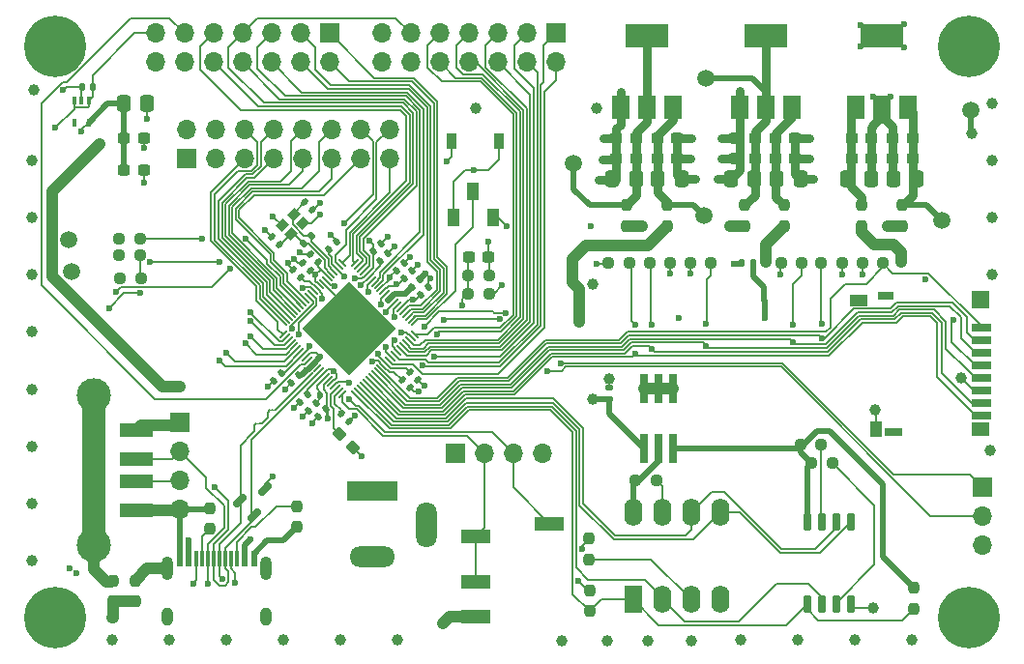
<source format=gbr>
%TF.GenerationSoftware,KiCad,Pcbnew,7.0.1*%
%TF.CreationDate,2023-09-20T00:41:55-04:00*%
%TF.ProjectId,Teacup.kicad_pcb-revB,54656163-7570-42e6-9b69-6361645f7063,B*%
%TF.SameCoordinates,Original*%
%TF.FileFunction,Copper,L1,Top*%
%TF.FilePolarity,Positive*%
%FSLAX46Y46*%
G04 Gerber Fmt 4.6, Leading zero omitted, Abs format (unit mm)*
G04 Created by KiCad (PCBNEW 7.0.1) date 2023-09-20 00:41:55*
%MOMM*%
%LPD*%
G01*
G04 APERTURE LIST*
G04 Aperture macros list*
%AMRoundRect*
0 Rectangle with rounded corners*
0 $1 Rounding radius*
0 $2 $3 $4 $5 $6 $7 $8 $9 X,Y pos of 4 corners*
0 Add a 4 corners polygon primitive as box body*
4,1,4,$2,$3,$4,$5,$6,$7,$8,$9,$2,$3,0*
0 Add four circle primitives for the rounded corners*
1,1,$1+$1,$2,$3*
1,1,$1+$1,$4,$5*
1,1,$1+$1,$6,$7*
1,1,$1+$1,$8,$9*
0 Add four rect primitives between the rounded corners*
20,1,$1+$1,$2,$3,$4,$5,0*
20,1,$1+$1,$4,$5,$6,$7,0*
20,1,$1+$1,$6,$7,$8,$9,0*
20,1,$1+$1,$8,$9,$2,$3,0*%
%AMRotRect*
0 Rectangle, with rotation*
0 The origin of the aperture is its center*
0 $1 length*
0 $2 width*
0 $3 Rotation angle, in degrees counterclockwise*
0 Add horizontal line*
21,1,$1,$2,0,0,$3*%
G04 Aperture macros list end*
%TA.AperFunction,SMDPad,CuDef*%
%ADD10RoundRect,0.237500X0.300000X0.237500X-0.300000X0.237500X-0.300000X-0.237500X0.300000X-0.237500X0*%
%TD*%
%TA.AperFunction,SMDPad,CuDef*%
%ADD11RoundRect,0.237500X-0.300000X-0.237500X0.300000X-0.237500X0.300000X0.237500X-0.300000X0.237500X0*%
%TD*%
%TA.AperFunction,SMDPad,CuDef*%
%ADD12C,1.500000*%
%TD*%
%TA.AperFunction,SMDPad,CuDef*%
%ADD13RoundRect,0.140000X-0.219203X-0.021213X-0.021213X-0.219203X0.219203X0.021213X0.021213X0.219203X0*%
%TD*%
%TA.AperFunction,SMDPad,CuDef*%
%ADD14R,1.500000X2.000000*%
%TD*%
%TA.AperFunction,SMDPad,CuDef*%
%ADD15R,3.800000X2.000000*%
%TD*%
%TA.AperFunction,ComponentPad*%
%ADD16C,0.800000*%
%TD*%
%TA.AperFunction,ComponentPad*%
%ADD17C,5.400000*%
%TD*%
%TA.AperFunction,SMDPad,CuDef*%
%ADD18R,0.400000X0.650000*%
%TD*%
%TA.AperFunction,SMDPad,CuDef*%
%ADD19RoundRect,0.250000X-0.337500X-0.475000X0.337500X-0.475000X0.337500X0.475000X-0.337500X0.475000X0*%
%TD*%
%TA.AperFunction,SMDPad,CuDef*%
%ADD20R,1.000000X1.600000*%
%TD*%
%TA.AperFunction,SMDPad,CuDef*%
%ADD21RoundRect,0.140000X0.219203X0.021213X0.021213X0.219203X-0.219203X-0.021213X-0.021213X-0.219203X0*%
%TD*%
%TA.AperFunction,SMDPad,CuDef*%
%ADD22RoundRect,0.237500X0.237500X-0.250000X0.237500X0.250000X-0.237500X0.250000X-0.237500X-0.250000X0*%
%TD*%
%TA.AperFunction,ComponentPad*%
%ADD23R,1.700000X1.700000*%
%TD*%
%TA.AperFunction,ComponentPad*%
%ADD24O,1.700000X1.700000*%
%TD*%
%TA.AperFunction,SMDPad,CuDef*%
%ADD25RoundRect,0.237500X0.250000X0.237500X-0.250000X0.237500X-0.250000X-0.237500X0.250000X-0.237500X0*%
%TD*%
%TA.AperFunction,SMDPad,CuDef*%
%ADD26RoundRect,0.250000X0.337500X0.475000X-0.337500X0.475000X-0.337500X-0.475000X0.337500X-0.475000X0*%
%TD*%
%TA.AperFunction,SMDPad,CuDef*%
%ADD27RoundRect,0.237500X-0.250000X-0.237500X0.250000X-0.237500X0.250000X0.237500X-0.250000X0.237500X0*%
%TD*%
%TA.AperFunction,SMDPad,CuDef*%
%ADD28RoundRect,0.140000X0.021213X-0.219203X0.219203X-0.021213X-0.021213X0.219203X-0.219203X0.021213X0*%
%TD*%
%TA.AperFunction,SMDPad,CuDef*%
%ADD29R,0.950000X1.400000*%
%TD*%
%TA.AperFunction,SMDPad,CuDef*%
%ADD30R,1.750000X0.700000*%
%TD*%
%TA.AperFunction,SMDPad,CuDef*%
%ADD31R,1.000000X1.450000*%
%TD*%
%TA.AperFunction,SMDPad,CuDef*%
%ADD32R,1.550000X1.000000*%
%TD*%
%TA.AperFunction,SMDPad,CuDef*%
%ADD33R,1.500000X0.800000*%
%TD*%
%TA.AperFunction,SMDPad,CuDef*%
%ADD34R,1.500000X1.300000*%
%TD*%
%TA.AperFunction,SMDPad,CuDef*%
%ADD35R,1.500000X1.500000*%
%TD*%
%TA.AperFunction,SMDPad,CuDef*%
%ADD36R,1.400000X0.800000*%
%TD*%
%TA.AperFunction,SMDPad,CuDef*%
%ADD37R,0.600000X1.450000*%
%TD*%
%TA.AperFunction,SMDPad,CuDef*%
%ADD38R,0.300000X1.450000*%
%TD*%
%TA.AperFunction,ComponentPad*%
%ADD39O,1.000000X2.100000*%
%TD*%
%TA.AperFunction,ComponentPad*%
%ADD40O,1.000000X1.600000*%
%TD*%
%TA.AperFunction,SMDPad,CuDef*%
%ADD41R,2.500000X1.200000*%
%TD*%
%TA.AperFunction,SMDPad,CuDef*%
%ADD42RoundRect,0.150000X-0.256326X-0.468458X0.468458X0.256326X0.256326X0.468458X-0.468458X-0.256326X0*%
%TD*%
%TA.AperFunction,SMDPad,CuDef*%
%ADD43RoundRect,0.140000X-0.021213X0.219203X-0.219203X0.021213X0.021213X-0.219203X0.219203X-0.021213X0*%
%TD*%
%TA.AperFunction,SMDPad,CuDef*%
%ADD44RotRect,0.150000X0.850000X45.000000*%
%TD*%
%TA.AperFunction,SMDPad,CuDef*%
%ADD45RotRect,0.150000X0.850000X315.000000*%
%TD*%
%TA.AperFunction,SMDPad,CuDef*%
%ADD46RotRect,5.800000X5.800000X315.000000*%
%TD*%
%TA.AperFunction,SMDPad,CuDef*%
%ADD47RoundRect,0.150000X0.150000X-0.650000X0.150000X0.650000X-0.150000X0.650000X-0.150000X-0.650000X0*%
%TD*%
%TA.AperFunction,SMDPad,CuDef*%
%ADD48RoundRect,0.140000X0.170000X-0.140000X0.170000X0.140000X-0.170000X0.140000X-0.170000X-0.140000X0*%
%TD*%
%TA.AperFunction,SMDPad,CuDef*%
%ADD49R,3.000000X1.250000*%
%TD*%
%TA.AperFunction,ComponentPad*%
%ADD50C,3.000000*%
%TD*%
%TA.AperFunction,SMDPad,CuDef*%
%ADD51RoundRect,0.237500X-0.380070X0.044194X0.044194X-0.380070X0.380070X-0.044194X-0.044194X0.380070X0*%
%TD*%
%TA.AperFunction,SMDPad,CuDef*%
%ADD52RoundRect,0.237500X-0.237500X0.250000X-0.237500X-0.250000X0.237500X-0.250000X0.237500X0.250000X0*%
%TD*%
%TA.AperFunction,ComponentPad*%
%ADD53R,1.600000X2.400000*%
%TD*%
%TA.AperFunction,ComponentPad*%
%ADD54O,1.600000X2.400000*%
%TD*%
%TA.AperFunction,SMDPad,CuDef*%
%ADD55R,0.760000X2.650000*%
%TD*%
%TA.AperFunction,SMDPad,CuDef*%
%ADD56RoundRect,0.140000X0.140000X0.170000X-0.140000X0.170000X-0.140000X-0.170000X0.140000X-0.170000X0*%
%TD*%
%TA.AperFunction,SMDPad,CuDef*%
%ADD57RotRect,0.900000X0.800000X45.000000*%
%TD*%
%TA.AperFunction,ComponentPad*%
%ADD58R,4.400000X1.800000*%
%TD*%
%TA.AperFunction,ComponentPad*%
%ADD59O,4.000000X1.800000*%
%TD*%
%TA.AperFunction,ComponentPad*%
%ADD60O,1.800000X4.000000*%
%TD*%
%TA.AperFunction,SMDPad,CuDef*%
%ADD61RoundRect,0.135000X0.035355X-0.226274X0.226274X-0.035355X-0.035355X0.226274X-0.226274X0.035355X0*%
%TD*%
%TA.AperFunction,SMDPad,CuDef*%
%ADD62RoundRect,0.140000X-0.140000X-0.170000X0.140000X-0.170000X0.140000X0.170000X-0.140000X0.170000X0*%
%TD*%
%TA.AperFunction,ViaPad*%
%ADD63C,0.600000*%
%TD*%
%TA.AperFunction,ViaPad*%
%ADD64C,1.000000*%
%TD*%
%TA.AperFunction,ViaPad*%
%ADD65C,3.000000*%
%TD*%
%TA.AperFunction,Conductor*%
%ADD66C,0.500000*%
%TD*%
%TA.AperFunction,Conductor*%
%ADD67C,0.750000*%
%TD*%
%TA.AperFunction,Conductor*%
%ADD68C,0.200000*%
%TD*%
%TA.AperFunction,Conductor*%
%ADD69C,1.000000*%
%TD*%
%TA.AperFunction,Conductor*%
%ADD70C,0.150000*%
%TD*%
%TA.AperFunction,Conductor*%
%ADD71C,0.180000*%
%TD*%
%TA.AperFunction,Conductor*%
%ADD72C,2.000000*%
%TD*%
G04 APERTURE END LIST*
D10*
%TO.P,C19,1*%
%TO.N,GND*%
X37922500Y-18419999D03*
%TO.P,C19,2*%
%TO.N,Net-(IC1-VREF)*%
X36197500Y-18419999D03*
%TD*%
D11*
%TO.P,C2,1*%
%TO.N,Net-(U1-VI)*%
X52737500Y-9800000D03*
%TO.P,C2,2*%
%TO.N,GND*%
X54462500Y-9800000D03*
%TD*%
D12*
%TO.P,TP8,1,1*%
%TO.N,GND*%
X80200000Y-5600000D03*
%TD*%
D13*
%TO.P,C20,1*%
%TO.N,GND*%
X18951922Y-16693954D03*
%TO.P,C20,2*%
%TO.N,Net-(IC1-EXCLK_I)*%
X19630744Y-17372776D03*
%TD*%
D14*
%TO.P,U2,1,GND*%
%TO.N,GND*%
X59900000Y-5350000D03*
%TO.P,U2,2,VO*%
%TO.N,Net-(U2-VO)*%
X62200000Y-5350000D03*
D15*
X62200000Y950000D03*
D14*
%TO.P,U2,3,VI*%
%TO.N,Net-(U2-VI)*%
X64500000Y-5350000D03*
%TD*%
D16*
%TO.P,H4,1,1*%
%TO.N,GND*%
X77975000Y0D03*
X78568109Y1431891D03*
X78568109Y-1431891D03*
X80000000Y2025000D03*
D17*
X80000000Y0D03*
D16*
X80000000Y-2025000D03*
X81431891Y1431891D03*
X81431891Y-1431891D03*
X82025000Y0D03*
%TD*%
D18*
%TO.P,U6,1,VIN*%
%TO.N,+3V3*%
X2950000Y-4750000D03*
%TO.P,U6,2,GND*%
%TO.N,GND*%
X2300000Y-4750000D03*
%TO.P,U6,3,EN*%
%TO.N,+3V3*%
X1650000Y-4750000D03*
%TO.P,U6,4,NC*%
%TO.N,unconnected-(U6-NC-Pad4)*%
X1650000Y-6650000D03*
%TO.P,U6,5,VOUT*%
%TO.N,+2V8*%
X2950000Y-6650000D03*
%TD*%
D19*
%TO.P,C1,1*%
%TO.N,Net-(U1-VI)*%
X52762500Y-11600000D03*
%TO.P,C1,2*%
%TO.N,GND*%
X54837500Y-11600000D03*
%TD*%
D20*
%TO.P,S1,1*%
%TO.N,GND*%
X34850000Y-15000000D03*
%TO.P,S1,2C*%
%TO.N,Net-(IC1-BOOT_SEL0_PC00)*%
X36600000Y-12700000D03*
%TO.P,S1,3*%
%TO.N,+3V3*%
X38350000Y-15000000D03*
%TD*%
D12*
%TO.P,TP6,1,1*%
%TO.N,Net-(U3-VO)*%
X77600000Y-15200000D03*
%TD*%
D21*
%TO.P,C37,1*%
%TO.N,+0V8*%
X21529411Y-20209411D03*
%TO.P,C37,2*%
%TO.N,GND*%
X20850589Y-19530589D03*
%TD*%
D22*
%TO.P,R2,1*%
%TO.N,+5V*%
X53600000Y-15712500D03*
%TO.P,R2,2*%
%TO.N,Net-(U1-VI)*%
X53600000Y-13887500D03*
%TD*%
%TO.P,R3,1*%
%TO.N,+3V3*%
X50000000Y-15712500D03*
%TO.P,R3,2*%
%TO.N,Net-(U1-VO)*%
X50000000Y-13887500D03*
%TD*%
D16*
%TO.P,H3,1,1*%
%TO.N,GND*%
X77975000Y-50000000D03*
X78568109Y-48568109D03*
X78568109Y-51431891D03*
X80000000Y-47975000D03*
D17*
X80000000Y-50000000D03*
D16*
X80000000Y-52025000D03*
X81431891Y-48568109D03*
X81431891Y-51431891D03*
X82025000Y-50000000D03*
%TD*%
D23*
%TO.P,J12,1,Pin_1*%
%TO.N,GND*%
X35010000Y-35590000D03*
D24*
%TO.P,J12,2,Pin_2*%
%TO.N,/HPOUTL*%
X37550000Y-35590000D03*
%TO.P,J12,3,Pin_3*%
%TO.N,/MICLP*%
X40090000Y-35590000D03*
%TO.P,J12,4,Pin_4*%
%TO.N,GND*%
X42630000Y-35590000D03*
%TD*%
D25*
%TO.P,R27,1*%
%TO.N,GND*%
X7512500Y-20300000D03*
%TO.P,R27,2*%
%TO.N,Net-(J9-Pin_7)*%
X5687500Y-20300000D03*
%TD*%
%TO.P,R28,1*%
%TO.N,GND*%
X7412500Y-18300000D03*
%TO.P,R28,2*%
%TO.N,Net-(J9-Pin_11)*%
X5587500Y-18300000D03*
%TD*%
D26*
%TO.P,C16,1*%
%TO.N,Net-(U3-VO)*%
X75437500Y-11600000D03*
%TO.P,C16,2*%
%TO.N,GND*%
X73362500Y-11600000D03*
%TD*%
D27*
%TO.P,R18,1*%
%TO.N,+3V3*%
X55587500Y-18987500D03*
%TO.P,R18,2*%
%TO.N,/MMC0_CLK*%
X57412500Y-18987500D03*
%TD*%
D11*
%TO.P,C29,1*%
%TO.N,+2V8*%
X6037500Y-8000000D03*
%TO.P,C29,2*%
%TO.N,GND*%
X7762500Y-8000000D03*
%TD*%
D13*
%TO.P,C21,1*%
%TO.N,Net-(IC1-EXCLK_O)*%
X21855224Y-13612939D03*
%TO.P,C21,2*%
%TO.N,GND*%
X22534046Y-14291761D03*
%TD*%
%TO.P,C38,1*%
%TO.N,+3V3*%
X31100589Y-28500589D03*
%TO.P,C38,2*%
%TO.N,GND*%
X31779411Y-29179411D03*
%TD*%
D23*
%TO.P,J7,1,Pin_1*%
%TO.N,/MDCK*%
X43825000Y1175000D03*
D24*
%TO.P,J7,2,Pin_2*%
%TO.N,/MDIO*%
X43825000Y-1365000D03*
%TO.P,J7,3,Pin_3*%
%TO.N,/RXD0*%
X41285000Y1175000D03*
%TO.P,J7,4,Pin_4*%
%TO.N,/RXDV*%
X41285000Y-1365000D03*
%TO.P,J7,5,Pin_5*%
%TO.N,/TXCLK*%
X38745000Y1175000D03*
%TO.P,J7,6,Pin_6*%
%TO.N,/RXD1*%
X38745000Y-1365000D03*
%TO.P,J7,7,Pin_7*%
%TO.N,/TXD0*%
X36205000Y1175000D03*
%TO.P,J7,8,Pin_8*%
%TO.N,/PHYCLK*%
X36205000Y-1365000D03*
%TO.P,J7,9,Pin_9*%
%TO.N,/TXEN*%
X33665000Y1175000D03*
%TO.P,J7,10,Pin_10*%
%TO.N,/TXD1*%
X33665000Y-1365000D03*
%TO.P,J7,11,Pin_11*%
%TO.N,/PB27*%
X31125000Y1175000D03*
%TO.P,J7,12,Pin_12*%
%TO.N,GND*%
X31125000Y-1365000D03*
%TO.P,J7,13,Pin_13*%
%TO.N,+3V3*%
X28585000Y1175000D03*
%TO.P,J7,14,Pin_14*%
%TO.N,+5V*%
X28585000Y-1365000D03*
%TD*%
D27*
%TO.P,R17,1*%
%TO.N,+3V3*%
X63537500Y-18987500D03*
%TO.P,R17,2*%
%TO.N,/MMC0_CMD*%
X65362500Y-18987500D03*
%TD*%
D10*
%TO.P,C18,1*%
%TO.N,Net-(U3-VO)*%
X75062500Y-8000000D03*
%TO.P,C18,2*%
%TO.N,GND*%
X73337500Y-8000000D03*
%TD*%
D27*
%TO.P,R13,1*%
%TO.N,Net-(U4-VCC)*%
X66217500Y-36480000D03*
%TO.P,R13,2*%
%TO.N,Net-(U4-IO2)*%
X68042500Y-36480000D03*
%TD*%
D22*
%TO.P,R8,1*%
%TO.N,+3V3*%
X70600000Y-15712500D03*
%TO.P,R8,2*%
%TO.N,Net-(U3-VI)*%
X70600000Y-13887500D03*
%TD*%
D28*
%TO.P,C25,1*%
%TO.N,+1V8*%
X23960589Y-17739411D03*
%TO.P,C25,2*%
%TO.N,GND*%
X24639411Y-17060589D03*
%TD*%
D29*
%TO.P,S2,1*%
%TO.N,Net-(IC1-PPRST_)*%
X34682500Y-8280000D03*
%TO.P,S2,2*%
%TO.N,GND*%
X38832500Y-8280000D03*
%TD*%
D21*
%TO.P,C30,1*%
%TO.N,+1V8*%
X23039411Y-18889411D03*
%TO.P,C30,2*%
%TO.N,GND*%
X22360589Y-18210589D03*
%TD*%
D27*
%TO.P,R15,1*%
%TO.N,+3V3*%
X70662500Y-18987500D03*
%TO.P,R15,2*%
%TO.N,/MMC0_D2*%
X72487500Y-18987500D03*
%TD*%
D30*
%TO.P,J2,1,DAT2*%
%TO.N,/MMC0_D2*%
X81110000Y-24645000D03*
%TO.P,J2,2,DAT3/CD*%
%TO.N,/MMC0_D3*%
X81110000Y-25745000D03*
%TO.P,J2,3,CMD*%
%TO.N,/MMC0_CMD*%
X81110000Y-26845000D03*
%TO.P,J2,4,VDD*%
%TO.N,+3V3*%
X81110000Y-27945000D03*
%TO.P,J2,5,CLK*%
%TO.N,/MMC0_CLK*%
X81110000Y-29045000D03*
%TO.P,J2,6,VSS*%
%TO.N,GND*%
X81110000Y-30145000D03*
%TO.P,J2,7,DAT0*%
%TO.N,/MMC0_D0*%
X81110000Y-31245000D03*
%TO.P,J2,8,DAT1*%
%TO.N,/MMC0_D1*%
X81110000Y-32345000D03*
D31*
%TO.P,J2,9,SHIELD*%
%TO.N,GND*%
X71885000Y-33470000D03*
D32*
%TO.P,J2,10*%
%TO.N,N/C*%
X70310000Y-22245000D03*
D33*
%TO.P,J2,11*%
X73385000Y-33795000D03*
D34*
X80985000Y-33545000D03*
D35*
X80985000Y-22195000D03*
D36*
X72735000Y-21845000D03*
%TD*%
D37*
%TO.P,J1,A1,GND*%
%TO.N,GND*%
X10892500Y-44822500D03*
%TO.P,J1,A4,VBUS*%
%TO.N,+5V*%
X11692500Y-44822500D03*
D38*
%TO.P,J1,A5,CC1*%
%TO.N,Net-(J1-CC1)*%
X12892500Y-44822500D03*
%TO.P,J1,A6,D+*%
%TO.N,/USB_D+*%
X13892500Y-44822500D03*
%TO.P,J1,A7,D-*%
%TO.N,/USB_D-*%
X14392500Y-44822500D03*
%TO.P,J1,A8,SBU1*%
%TO.N,/UART0_RXD*%
X15392500Y-44822500D03*
D37*
%TO.P,J1,A9,VBUS*%
%TO.N,+5V*%
X16592500Y-44822500D03*
%TO.P,J1,A12,GND*%
%TO.N,GND*%
X17392500Y-44822500D03*
%TO.P,J1,B1,GND*%
X17392500Y-44822500D03*
%TO.P,J1,B4,VBUS*%
%TO.N,+5V*%
X16592500Y-44822500D03*
D38*
%TO.P,J1,B5,CC2*%
%TO.N,Net-(J1-CC2)*%
X15892500Y-44822500D03*
%TO.P,J1,B6,D+*%
%TO.N,/USB_D+*%
X14892500Y-44822500D03*
%TO.P,J1,B7,D-*%
%TO.N,/USB_D-*%
X13392500Y-44822500D03*
%TO.P,J1,B8,SBU2*%
%TO.N,/UART0_TXD*%
X12392500Y-44822500D03*
D37*
%TO.P,J1,B9,VBUS*%
%TO.N,+5V*%
X11692500Y-44822500D03*
%TO.P,J1,B12,GND*%
%TO.N,GND*%
X10892500Y-44822500D03*
D39*
%TO.P,J1,S1,SHIELD*%
%TO.N,Net-(J1-SHIELD)*%
X9822500Y-45737500D03*
D40*
X9822500Y-49917500D03*
D39*
X18462500Y-45737500D03*
D40*
X18462500Y-49917500D03*
%TD*%
D11*
%TO.P,C15,1*%
%TO.N,Net-(U3-VI)*%
X69737500Y-8000000D03*
%TO.P,C15,2*%
%TO.N,GND*%
X71462500Y-8000000D03*
%TD*%
D41*
%TO.P,J10,R1*%
%TO.N,/HPOUTL*%
X36780000Y-46895000D03*
%TO.P,J10,R2*%
%TO.N,GND*%
X36780000Y-49895000D03*
%TO.P,J10,S*%
%TO.N,/MICLP*%
X43280000Y-41795000D03*
%TO.P,J10,T*%
%TO.N,/HPOUTL*%
X36780000Y-42895000D03*
%TD*%
D10*
%TO.P,C5,1*%
%TO.N,Net-(U1-VO)*%
X50862500Y-9800000D03*
%TO.P,C5,2*%
%TO.N,GND*%
X49137500Y-9800000D03*
%TD*%
D12*
%TO.P,TP1,1,1*%
%TO.N,Net-(U1-VI)*%
X56800000Y-14800000D03*
%TD*%
D42*
%TO.P,D1,1,A1*%
%TO.N,/USB_D-*%
X16119581Y-39736917D03*
%TO.P,D1,2,A2*%
%TO.N,/USB_D+*%
X17463083Y-41080419D03*
%TO.P,D1,3,common*%
%TO.N,GND*%
X18400000Y-38800000D03*
%TD*%
D10*
%TO.P,C12,1*%
%TO.N,Net-(U2-VO)*%
X61262500Y-8000000D03*
%TO.P,C12,2*%
%TO.N,GND*%
X59537500Y-8000000D03*
%TD*%
D25*
%TO.P,R19,1*%
%TO.N,+3V3*%
X53862500Y-18987500D03*
%TO.P,R19,2*%
%TO.N,/MMC0_D0*%
X52037500Y-18987500D03*
%TD*%
D43*
%TO.P,C43,1*%
%TO.N,+0V8*%
X23689411Y-31760589D03*
%TO.P,C43,2*%
%TO.N,GND*%
X23010589Y-32439411D03*
%TD*%
%TO.P,C44,1*%
%TO.N,+0V8*%
X19789411Y-28610589D03*
%TO.P,C44,2*%
%TO.N,GND*%
X19110589Y-29289411D03*
%TD*%
D44*
%TO.P,IC1,1,PWM0_SSI1_DT_PB17*%
%TO.N,/PB17*%
X25151992Y-18954757D03*
%TO.P,IC1,2,PWM1_SSI1_DR_PB18*%
%TO.N,/PB18*%
X24904505Y-19202245D03*
%TO.P,IC1,3,VDDIO_OSC*%
%TO.N,+1V8*%
X24657017Y-19449732D03*
%TO.P,IC1,4,EXCLK_O*%
%TO.N,Net-(IC1-EXCLK_O)*%
X24409530Y-19697220D03*
%TO.P,IC1,5,EXCLK_I*%
%TO.N,Net-(IC1-EXCLK_I)*%
X24162043Y-19944707D03*
%TO.P,IC1,6,PLL_VDDHV*%
%TO.N,+1V8*%
X23914555Y-20192194D03*
%TO.P,IC1,7,PPRST_*%
%TO.N,Net-(IC1-PPRST_)*%
X23667068Y-20439682D03*
%TO.P,IC1,8,EFUSE_AVD*%
%TO.N,GND*%
X23419581Y-20687169D03*
%TO.P,IC1,9,VDDIO0*%
%TO.N,+1V8*%
X23172093Y-20934656D03*
%TO.P,IC1,10,VDD_1*%
%TO.N,+0V8*%
X22924606Y-21182144D03*
%TO.P,IC1,11,SA2_PA18*%
%TO.N,/CAM_PE*%
X22677119Y-21429631D03*
%TO.P,IC1,12,SD7_SMB0_SCK_PA13*%
%TO.N,/I2C0_SCK*%
X22429631Y-21677119D03*
%TO.P,IC1,13,SD6_SMB0_SDA_PA12*%
%TO.N,/I2C0_SDA*%
X22182144Y-21924606D03*
%TO.P,IC1,14,RD_DVP_VSYNC_SMB1_SCK_MSC1_CMD_PA17*%
%TO.N,/PA17*%
X21934656Y-22172093D03*
%TO.P,IC1,15,CS2_DVP_HSYNC_SMB1_SDA_MSC1_CLK_PA16*%
%TO.N,/PA16*%
X21687169Y-22419581D03*
%TO.P,IC1,16,SA1_DVP_MCLK_PA15*%
%TO.N,/PA15*%
X21439682Y-22667068D03*
%TO.P,IC1,17,SA0_DVP_PCLK_PWM0_PA14*%
%TO.N,/PA14*%
X21192194Y-22914555D03*
%TO.P,IC1,18,SD5_DVP_D11_UART2_RXD_MSC1_D3_PA11*%
%TO.N,/PA11*%
X20944707Y-23162043D03*
%TO.P,IC1,19,SD4_DVP_D10_UART2_TXD_MSC1_D2_PA10*%
%TO.N,/PA10*%
X20697220Y-23409530D03*
%TO.P,IC1,20,SD3_DVP_D9_UART2_RTS_MSC1_D1_PA09*%
%TO.N,/PA09*%
X20449732Y-23657017D03*
%TO.P,IC1,21,SD2_DVP_D8_UART2_CTS_MSC1_D0_PA08*%
%TO.N,/PA08*%
X20202245Y-23904505D03*
%TO.P,IC1,22,SD1_DVP_D7_UART1_RXD_PA07*%
%TO.N,/PA07*%
X19954757Y-24151992D03*
D45*
%TO.P,IC1,23,SD0_DVP6_UART1_TXD_PA06*%
%TO.N,/PA06*%
X19954757Y-25248008D03*
%TO.P,IC1,24,MIPI_DATAN0_DVP_D5*%
%TO.N,/MIPI_0_N*%
X20202245Y-25495495D03*
%TO.P,IC1,25,MIPI_DATAP0_DVP_D4*%
%TO.N,/MIPI_0_P*%
X20449732Y-25742983D03*
%TO.P,IC1,26,MIPI_CLKN_DVP_D3*%
%TO.N,/MIPI_CLK_N*%
X20697220Y-25990470D03*
%TO.P,IC1,27,MIPI_CLKP_DVP_D2*%
%TO.N,/MIPI_CLK_P*%
X20944707Y-26237957D03*
%TO.P,IC1,28,MIPI_DATAN1_DVP_D1*%
%TO.N,/MIPI_1_N*%
X21192194Y-26485445D03*
%TO.P,IC1,29,MIPI_DATAP1_DVP_D0*%
%TO.N,/MIPI_1_P*%
X21439682Y-26732932D03*
%TO.P,IC1,30,MIPI_AVD08*%
%TO.N,+0V8*%
X21687169Y-26980419D03*
%TO.P,IC1,31,MIPI_AVD18*%
%TO.N,+1V8*%
X21934656Y-27227907D03*
%TO.P,IC1,32,ADC_AUX0*%
%TO.N,/AUX0*%
X22182144Y-27475394D03*
%TO.P,IC1,33,ADC_VREF*%
%TO.N,+1V8*%
X22429631Y-27722881D03*
%TO.P,IC1,34,ADC_AVDD*%
X22677119Y-27970369D03*
%TO.P,IC1,35,USB0PN*%
%TO.N,/USB_D-*%
X22924606Y-28217856D03*
%TO.P,IC1,36,USB0PP*%
%TO.N,/USB_D+*%
X23172093Y-28465344D03*
%TO.P,IC1,37,USB_AVD33*%
%TO.N,+3V3*%
X23419581Y-28712831D03*
%TO.P,IC1,38,USB_AVD18*%
%TO.N,+1V8*%
X23667068Y-28960318D03*
%TO.P,IC1,39,VDD_2*%
%TO.N,+0V8*%
X23914555Y-29207806D03*
%TO.P,IC1,40,VDDIO2*%
%TO.N,+3V3*%
X24162043Y-29455293D03*
%TO.P,IC1,41,MICLP*%
%TO.N,/MICLP*%
X24409530Y-29702780D03*
%TO.P,IC1,42,VCM*%
%TO.N,Net-(IC1-VCM)*%
X24657017Y-29950268D03*
%TO.P,IC1,43,CODEC_AVDD*%
%TO.N,+1V8*%
X24904505Y-30197755D03*
%TO.P,IC1,44,HPOUTL*%
%TO.N,/HPOUTL*%
X25151992Y-30445243D03*
D44*
%TO.P,IC1,45,SFC_CE0_PA28*%
%TO.N,/NOR_CE*%
X26248008Y-30445243D03*
%TO.P,IC1,46,SFC_DR_PA24*%
%TO.N,/NOR_DR*%
X26495495Y-30197755D03*
%TO.P,IC1,47,SFC_DT_PA23*%
%TO.N,/NOR_DT*%
X26742983Y-29950268D03*
%TO.P,IC1,48,SFC_CLK_PA27*%
%TO.N,/NOR_CK*%
X26990470Y-29702780D03*
%TO.P,IC1,49,MSC0_D1_SSI_SLV_DR_PB01*%
%TO.N,/MMC0_D1*%
X27237957Y-29455293D03*
%TO.P,IC1,50,MSC0_D0_SSI_SLV_DT_PB00*%
%TO.N,/MMC0_D0*%
X27485445Y-29207806D03*
%TO.P,IC1,51,MSC0_CLK_SSI_SLV_CLK_PB04*%
%TO.N,/MMC0_CLK*%
X27732932Y-28960318D03*
%TO.P,IC1,52,MSC0_CMD_SSI_SLV_CE0_PB05*%
%TO.N,/MMC0_CMD*%
X27980419Y-28712831D03*
%TO.P,IC1,53,MSC0_D3_PB03*%
%TO.N,/MMC0_D3*%
X28227907Y-28465344D03*
%TO.P,IC1,54,MSC0_D2_PB02*%
%TO.N,/MMC0_D2*%
X28475394Y-28217856D03*
%TO.P,IC1,55,VDD_3*%
%TO.N,+0V8*%
X28722881Y-27970369D03*
%TO.P,IC1,56,VDDIO1_1*%
%TO.N,+3V3*%
X28970369Y-27722881D03*
%TO.P,IC1,57,GMAC_MDIO_MSC1_D1_SLCD_D5_PB11*%
%TO.N,/MDIO*%
X29217856Y-27475394D03*
%TO.P,IC1,58,GMAC_MDCK_MSC1_D0_I2S_SDTO_SLCD_D4_PB10*%
%TO.N,/MDCK*%
X29465344Y-27227907D03*
%TO.P,IC1,59,GMAC_RXDV_MSC1_CMD_I2S_SDTI_SLCD_D3_PB09*%
%TO.N,/RXDV*%
X29712831Y-26980419D03*
%TO.P,IC1,60,GMAC_RXD0_I2S_DAC_LRCK_SLCD_WR_PB15/_SFC_CE1_PA26*%
%TO.N,/RXD0*%
X29960318Y-26732932D03*
%TO.P,IC1,61,GMAC_RXD1_SLCD_TE_PB16/_SFC_GPC_PA25*%
%TO.N,/RXD1*%
X30207806Y-26485445D03*
%TO.P,IC1,62,GMAC_TXCLK_SLCD_D0_PB06*%
%TO.N,/TXCLK*%
X30455293Y-26237957D03*
%TO.P,IC1,63,GMAC_PHY_CLK_SLCD_D1_PB07*%
%TO.N,/PHYCLK*%
X30702780Y-25990470D03*
%TO.P,IC1,64,GMAC_TXD0_MSC1_D2_I2S_ADC_LRCK_SLCD_D6_PB13*%
%TO.N,/TXD0*%
X30950268Y-25742983D03*
%TO.P,IC1,65,GMAC_TXD1_MSC1_D3_I2S_DAC_MCLK_SLCD_D7_PB14*%
%TO.N,/TXD1*%
X31197755Y-25495495D03*
%TO.P,IC1,66,GMAC_TXEN_MSC1_CLK_I2S_ADC_MCLK_SLCD_D2_PB08*%
%TO.N,/TXEN*%
X31445243Y-25248008D03*
D45*
%TO.P,IC1,67,BOOT_SEL0_PC00*%
%TO.N,Net-(IC1-BOOT_SEL0_PC00)*%
X31445243Y-24151992D03*
%TO.P,IC1,68,UART0_RTS_I2S_DAC_BCLK_SLCD_DC_PB21*%
%TO.N,/UART0_RTS*%
X31197755Y-23904505D03*
%TO.P,IC1,69,UART0_CTS_I2S_ADC_BCLK_SLCD_CS_PB20*%
%TO.N,/UART0_CTS*%
X30950268Y-23657017D03*
%TO.P,IC1,70,UART0_TXD_TDO_SLCD_RDY_PB22*%
%TO.N,/UART0_TXD*%
X30702780Y-23409530D03*
%TO.P,IC1,71,UART0_RXD_TDI_PB19*%
%TO.N,/UART0_RXD*%
X30455293Y-23162043D03*
%TO.P,IC1,72,VDD_4*%
%TO.N,+0V8*%
X30207806Y-22914555D03*
%TO.P,IC1,73,UART1_RXD_TMS_PB24*%
%TO.N,/UART_RX*%
X29960318Y-22667068D03*
%TO.P,IC1,74,UART1_TXD_TCK_PB23*%
%TO.N,/UART_TX*%
X29712831Y-22419581D03*
%TO.P,IC1,75,DDRVDD*%
%TO.N,+1V8*%
X29465344Y-22172093D03*
%TO.P,IC1,76,VDDMEM*%
X29217856Y-21924606D03*
%TO.P,IC1,77,VREF*%
%TO.N,Net-(IC1-VREF)*%
X28970369Y-21677119D03*
%TO.P,IC1,78,DDRPLL_VCCD*%
%TO.N,+0V8*%
X28722881Y-21429631D03*
%TO.P,IC1,79,DDRPLL_VCCA*%
%TO.N,+1V8*%
X28475394Y-21182144D03*
%TO.P,IC1,80,GPIO_PB31*%
%TO.N,/PB31*%
X28227907Y-20934656D03*
%TO.P,IC1,81,SSI1_CE0_DMIC_DAT1_PB30*%
%TO.N,/PB30*%
X27980419Y-20687169D03*
%TO.P,IC1,82,SSI1_CLK_DMIC_DAT0_PB29*%
%TO.N,/PB29*%
X27732932Y-20439682D03*
%TO.P,IC1,83,VDD_5*%
%TO.N,+0V8*%
X27485445Y-20192194D03*
%TO.P,IC1,84,VDDIO1_2*%
%TO.N,+3V3*%
X27237957Y-19944707D03*
%TO.P,IC1,85,PWM3_SSI1_DR_DMIC_CLK_PB28*%
%TO.N,/PB28*%
X26990470Y-19697220D03*
%TO.P,IC1,86,PWM2_SSI1_DT_DRV_VBUS_PB27*%
%TO.N,/PB27*%
X26742983Y-19449732D03*
%TO.P,IC1,87,SMB1_SCK_SSI1_CLK_PB26*%
%TO.N,/PB26*%
X26495495Y-19202245D03*
%TO.P,IC1,88,SMB1_SDA_SSI1_CE0_PB25*%
%TO.N,/PB25*%
X26248008Y-18954757D03*
D46*
%TO.P,IC1,89,EP*%
%TO.N,GND*%
X25700000Y-24700000D03*
%TD*%
D25*
%TO.P,R16,1*%
%TO.N,+3V3*%
X68912500Y-18987500D03*
%TO.P,R16,2*%
%TO.N,/MMC0_D3*%
X67087500Y-18987500D03*
%TD*%
D23*
%TO.P,J6,1,Pin_1*%
%TO.N,/UART0_RTS*%
X24025000Y1175000D03*
D24*
%TO.P,J6,2,Pin_2*%
%TO.N,/UART0_CTS*%
X24025000Y-1365000D03*
%TO.P,J6,3,Pin_3*%
%TO.N,/UART0_TXD*%
X21485000Y1175000D03*
%TO.P,J6,4,Pin_4*%
%TO.N,/UART0_RXD*%
X21485000Y-1365000D03*
%TO.P,J6,5,Pin_5*%
%TO.N,/PB30*%
X18945000Y1175000D03*
%TO.P,J6,6,Pin_6*%
%TO.N,/PB31*%
X18945000Y-1365000D03*
%TO.P,J6,7,Pin_7*%
%TO.N,/PB27*%
X16405000Y1175000D03*
%TO.P,J6,8,Pin_8*%
%TO.N,/PB28*%
X16405000Y-1365000D03*
%TO.P,J6,9,Pin_9*%
%TO.N,/PB25*%
X13865000Y1175000D03*
%TO.P,J6,10,Pin_10*%
%TO.N,/PB26*%
X13865000Y-1365000D03*
%TO.P,J6,11,Pin_11*%
%TO.N,/AUX0*%
X11325000Y1175000D03*
%TO.P,J6,12,Pin_12*%
%TO.N,GND*%
X11325000Y-1365000D03*
%TO.P,J6,13,Pin_13*%
%TO.N,+3V3*%
X8785000Y1175000D03*
%TO.P,J6,14,Pin_14*%
%TO.N,+5V*%
X8785000Y-1365000D03*
%TD*%
D22*
%TO.P,R1,1*%
%TO.N,GND*%
X5050000Y-48622500D03*
%TO.P,R1,2*%
%TO.N,Net-(J3-Shield)*%
X5050000Y-46797500D03*
%TD*%
%TO.P,R12,1*%
%TO.N,/NOR_CE*%
X75200000Y-49232500D03*
%TO.P,R12,2*%
%TO.N,Net-(U4-VCC)*%
X75200000Y-47407500D03*
%TD*%
D14*
%TO.P,U3,1,VI*%
%TO.N,Net-(U3-VI)*%
X70100000Y-5350000D03*
%TO.P,U3,2,GND*%
%TO.N,GND*%
X72400000Y-5350000D03*
D15*
X72400000Y950000D03*
D14*
%TO.P,U3,3,VO*%
%TO.N,Net-(U3-VO)*%
X74700000Y-5350000D03*
%TD*%
D25*
%TO.P,R11,1*%
%TO.N,GND*%
X37972500Y-20020000D03*
%TO.P,R11,2*%
%TO.N,Net-(IC1-VREF)*%
X36147500Y-20020000D03*
%TD*%
D16*
%TO.P,H1,1,1*%
%TO.N,GND*%
X-2025000Y-50000000D03*
X-1431891Y-48568109D03*
X-1431891Y-51431891D03*
X0Y-47975000D03*
D17*
X0Y-50000000D03*
D16*
X0Y-52025000D03*
X1431891Y-48568109D03*
X1431891Y-51431891D03*
X2025000Y-50000000D03*
%TD*%
D19*
%TO.P,C13,1*%
%TO.N,Net-(U3-VI)*%
X69362500Y-11600000D03*
%TO.P,C13,2*%
%TO.N,GND*%
X71437500Y-11600000D03*
%TD*%
D43*
%TO.P,C39,1*%
%TO.N,+3V3*%
X22109411Y-30450589D03*
%TO.P,C39,2*%
%TO.N,GND*%
X21430589Y-31129411D03*
%TD*%
D12*
%TO.P,TP2,1,1*%
%TO.N,Net-(U1-VO)*%
X45400000Y-10200000D03*
%TD*%
D14*
%TO.P,U1,1,GND*%
%TO.N,GND*%
X49500000Y-5350000D03*
%TO.P,U1,2,VO*%
%TO.N,Net-(U1-VO)*%
X51800000Y-5350000D03*
D15*
X51800000Y950000D03*
D14*
%TO.P,U1,3,VI*%
%TO.N,Net-(U1-VI)*%
X54100000Y-5350000D03*
%TD*%
D11*
%TO.P,C9,1*%
%TO.N,Net-(U2-VI)*%
X63037500Y-8000000D03*
%TO.P,C9,2*%
%TO.N,GND*%
X64762500Y-8000000D03*
%TD*%
D47*
%TO.P,U4,1,~{CS}*%
%TO.N,/NOR_CE*%
X65835000Y-48810000D03*
%TO.P,U4,2,DO(IO1)*%
%TO.N,/NOR_DR*%
X67105000Y-48810000D03*
%TO.P,U4,3,IO2*%
%TO.N,Net-(U4-IO2)*%
X68375000Y-48810000D03*
%TO.P,U4,4,GND*%
%TO.N,GND*%
X69645000Y-48810000D03*
%TO.P,U4,5,DI(IO0)*%
%TO.N,/NOR_DT*%
X69645000Y-41610000D03*
%TO.P,U4,6,CLK*%
%TO.N,/NOR_CK*%
X68375000Y-41610000D03*
%TO.P,U4,7,IO3*%
%TO.N,Net-(U4-IO3)*%
X67105000Y-41610000D03*
%TO.P,U4,8,VCC*%
%TO.N,Net-(U4-VCC)*%
X65835000Y-41610000D03*
%TD*%
D12*
%TO.P,TP7,1,1*%
%TO.N,/I2C0_SDA*%
X1400000Y-19700000D03*
%TD*%
D23*
%TO.P,J5,1,Pin_1*%
%TO.N,/UART_TX*%
X81170000Y-38570000D03*
D24*
%TO.P,J5,2,Pin_2*%
%TO.N,/UART_RX*%
X81170000Y-41110000D03*
%TO.P,J5,3,Pin_3*%
%TO.N,GND*%
X81170000Y-43650000D03*
%TD*%
D11*
%TO.P,C33,1*%
%TO.N,+2V8*%
X6037500Y-10800000D03*
%TO.P,C33,2*%
%TO.N,GND*%
X7762500Y-10800000D03*
%TD*%
D23*
%TO.P,J4,1,Pin_1*%
%TO.N,+2V8*%
X11525000Y-9775000D03*
D24*
%TO.P,J4,2,Pin_2*%
%TO.N,+3V3*%
X11525000Y-7235000D03*
%TO.P,J4,3,Pin_3*%
%TO.N,GND*%
X14065000Y-9775000D03*
%TO.P,J4,4,Pin_4*%
%TO.N,+5V*%
X14065000Y-7235000D03*
%TO.P,J4,5,Pin_5*%
%TO.N,/PA06*%
X16605000Y-9775000D03*
%TO.P,J4,6,Pin_6*%
%TO.N,/PA07*%
X16605000Y-7235000D03*
%TO.P,J4,7,Pin_7*%
%TO.N,/PA09*%
X19145000Y-9775000D03*
%TO.P,J4,8,Pin_8*%
%TO.N,/PA08*%
X19145000Y-7235000D03*
%TO.P,J4,9,Pin_9*%
%TO.N,/PA11*%
X21685000Y-9775000D03*
%TO.P,J4,10,Pin_10*%
%TO.N,/PA10*%
X21685000Y-7235000D03*
%TO.P,J4,11,Pin_11*%
%TO.N,/PA16*%
X24225000Y-9775000D03*
%TO.P,J4,12,Pin_12*%
%TO.N,/PA14*%
X24225000Y-7235000D03*
%TO.P,J4,13,Pin_13*%
%TO.N,/PA17*%
X26765000Y-9775000D03*
%TO.P,J4,14,Pin_14*%
%TO.N,/PB29*%
X26765000Y-7235000D03*
%TO.P,J4,15,Pin_15*%
%TO.N,/PB17*%
X29305000Y-9775000D03*
%TO.P,J4,16,Pin_16*%
%TO.N,/PB18*%
X29305000Y-7235000D03*
%TD*%
D23*
%TO.P,J11,1,Pin_1*%
%TO.N,+5V*%
X10890000Y-32910000D03*
D24*
%TO.P,J11,2,Pin_2*%
%TO.N,/USB_D-*%
X10890000Y-35450000D03*
%TO.P,J11,3,Pin_3*%
%TO.N,/USB_D+*%
X10890000Y-37990000D03*
%TO.P,J11,4,Pin_4*%
%TO.N,GND*%
X10890000Y-40530000D03*
%TD*%
D21*
%TO.P,C34,1*%
%TO.N,+1V8*%
X22339411Y-19589411D03*
%TO.P,C34,2*%
%TO.N,GND*%
X21660589Y-18910589D03*
%TD*%
D48*
%TO.P,C23,1*%
%TO.N,+3V3*%
X48500000Y-30870000D03*
%TO.P,C23,2*%
%TO.N,GND*%
X48500000Y-29910000D03*
%TD*%
D49*
%TO.P,J3,1,VBUS*%
%TO.N,+5V*%
X7080000Y-33600000D03*
%TO.P,J3,2,D-*%
%TO.N,/USB_D-*%
X7080000Y-36100000D03*
%TO.P,J3,3,D+*%
%TO.N,/USB_D+*%
X7080000Y-38100000D03*
%TO.P,J3,4,GND*%
%TO.N,GND*%
X7080000Y-40600000D03*
D50*
%TO.P,J3,5,Shield*%
%TO.N,Net-(J3-Shield)*%
X3400000Y-30530000D03*
X3400000Y-43670000D03*
%TD*%
D10*
%TO.P,C11,1*%
%TO.N,Net-(U2-VO)*%
X61262500Y-9800000D03*
%TO.P,C11,2*%
%TO.N,GND*%
X59537500Y-9800000D03*
%TD*%
D22*
%TO.P,R9,1*%
%TO.N,+0V8*%
X74200000Y-15712500D03*
%TO.P,R9,2*%
%TO.N,Net-(U3-VO)*%
X74200000Y-13887500D03*
%TD*%
D28*
%TO.P,C46,1*%
%TO.N,+0V8*%
X31960589Y-21739411D03*
%TO.P,C46,2*%
%TO.N,GND*%
X32639411Y-21060589D03*
%TD*%
%TO.P,C45,1*%
%TO.N,+0V8*%
X28460589Y-18739411D03*
%TO.P,C45,2*%
%TO.N,GND*%
X29139411Y-18060589D03*
%TD*%
D16*
%TO.P,H2,1,1*%
%TO.N,GND*%
X-2025000Y0D03*
X-1431891Y1431891D03*
X-1431891Y-1431891D03*
X0Y2025000D03*
D17*
X0Y0D03*
D16*
X0Y-2025000D03*
X1431891Y1431891D03*
X1431891Y-1431891D03*
X2025000Y0D03*
%TD*%
D11*
%TO.P,C8,1*%
%TO.N,Net-(U2-VI)*%
X63075000Y-9800000D03*
%TO.P,C8,2*%
%TO.N,GND*%
X64800000Y-9800000D03*
%TD*%
D25*
%TO.P,R22,1*%
%TO.N,Net-(U5-IO3)*%
X52612500Y-37990000D03*
%TO.P,R22,2*%
%TO.N,Net-(U5-VCC)*%
X50787500Y-37990000D03*
%TD*%
D51*
%TO.P,C22,1*%
%TO.N,Net-(IC1-VCM)*%
X24890120Y-33940120D03*
%TO.P,C22,2*%
%TO.N,GND*%
X26109880Y-35159880D03*
%TD*%
D10*
%TO.P,C6,1*%
%TO.N,Net-(U1-VO)*%
X50862500Y-8000000D03*
%TO.P,C6,2*%
%TO.N,GND*%
X49137500Y-8000000D03*
%TD*%
D52*
%TO.P,R23,1*%
%TO.N,Net-(U5-VCC)*%
X46750000Y-43117500D03*
%TO.P,R23,2*%
%TO.N,Net-(U5-IO2)*%
X46750000Y-44942500D03*
%TD*%
D22*
%TO.P,R25,1*%
%TO.N,GND*%
X7000000Y-48622500D03*
%TO.P,R25,2*%
%TO.N,Net-(J1-SHIELD)*%
X7000000Y-46797500D03*
%TD*%
%TO.P,R24,1*%
%TO.N,/NOR_CE*%
X46780000Y-49452500D03*
%TO.P,R24,2*%
%TO.N,Net-(U5-VCC)*%
X46780000Y-47627500D03*
%TD*%
D10*
%TO.P,C17,1*%
%TO.N,Net-(U3-VO)*%
X75062500Y-9800000D03*
%TO.P,C17,2*%
%TO.N,GND*%
X73337500Y-9800000D03*
%TD*%
D53*
%TO.P,U5,1,~{CS}*%
%TO.N,/NOR_CE*%
X50600000Y-48440000D03*
D54*
%TO.P,U5,2,DO(IO1)*%
%TO.N,/NOR_DR*%
X53140000Y-48440000D03*
%TO.P,U5,3,IO2*%
%TO.N,Net-(U5-IO2)*%
X55680000Y-48440000D03*
%TO.P,U5,4,GND*%
%TO.N,GND*%
X58220000Y-48440000D03*
%TO.P,U5,5,DI(IO0)*%
%TO.N,/NOR_DT*%
X58220000Y-40820000D03*
%TO.P,U5,6,CLK*%
%TO.N,/NOR_CK*%
X55680000Y-40820000D03*
%TO.P,U5,7,IO3*%
%TO.N,Net-(U5-IO3)*%
X53140000Y-40820000D03*
%TO.P,U5,8,VCC*%
%TO.N,Net-(U5-VCC)*%
X50600000Y-40820000D03*
%TD*%
D13*
%TO.P,C42,1*%
%TO.N,+0V8*%
X30350589Y-29200589D03*
%TO.P,C42,2*%
%TO.N,GND*%
X31029411Y-29879411D03*
%TD*%
D22*
%TO.P,R7,1*%
%TO.N,+1V8*%
X60400000Y-15712500D03*
%TO.P,R7,2*%
%TO.N,Net-(U2-VO)*%
X60400000Y-13887500D03*
%TD*%
D28*
%TO.P,C41,1*%
%TO.N,+0V8*%
X30540589Y-20339411D03*
%TO.P,C41,2*%
%TO.N,GND*%
X31219411Y-19660589D03*
%TD*%
%TO.P,C26,1*%
%TO.N,+1V8*%
X31250589Y-21029411D03*
%TO.P,C26,2*%
%TO.N,GND*%
X31929411Y-20350589D03*
%TD*%
D43*
%TO.P,C32,1*%
%TO.N,+1V8*%
X21339411Y-28810589D03*
%TO.P,C32,2*%
%TO.N,GND*%
X20660589Y-29489411D03*
%TD*%
D55*
%TO.P,SW1,1*%
%TO.N,+3V3*%
X51530000Y-35215000D03*
%TO.P,SW1,2*%
%TO.N,Net-(U5-VCC)*%
X52800000Y-35215000D03*
%TO.P,SW1,3*%
%TO.N,Net-(U4-VCC)*%
X54070000Y-35215000D03*
%TO.P,SW1,4*%
%TO.N,Net-(SW1-Pad4)*%
X54070000Y-29965000D03*
%TO.P,SW1,5*%
X52800000Y-29965000D03*
%TO.P,SW1,6*%
X51530000Y-29965000D03*
%TD*%
D56*
%TO.P,C40,1*%
%TO.N,+3V3*%
X3280000Y-3500000D03*
%TO.P,C40,2*%
%TO.N,GND*%
X2320000Y-3500000D03*
%TD*%
D13*
%TO.P,C31,1*%
%TO.N,+1V8*%
X25010589Y-32160589D03*
%TO.P,C31,2*%
%TO.N,GND*%
X25689411Y-32839411D03*
%TD*%
D25*
%TO.P,R10,1*%
%TO.N,+1V8*%
X37972500Y-21619999D03*
%TO.P,R10,2*%
%TO.N,Net-(IC1-VREF)*%
X36147500Y-21619999D03*
%TD*%
%TO.P,R14,1*%
%TO.N,Net-(U4-IO3)*%
X67082500Y-34840000D03*
%TO.P,R14,2*%
%TO.N,Net-(U4-VCC)*%
X65257500Y-34840000D03*
%TD*%
D19*
%TO.P,C7,1*%
%TO.N,Net-(U2-VI)*%
X63162500Y-11600000D03*
%TO.P,C7,2*%
%TO.N,GND*%
X65237500Y-11600000D03*
%TD*%
D22*
%TO.P,R5,1*%
%TO.N,GND*%
X21170000Y-42072500D03*
%TO.P,R5,2*%
%TO.N,Net-(J1-CC2)*%
X21170000Y-40247500D03*
%TD*%
D43*
%TO.P,C28,1*%
%TO.N,+1V8*%
X22849411Y-31210589D03*
%TO.P,C28,2*%
%TO.N,GND*%
X22170589Y-31889411D03*
%TD*%
D57*
%TO.P,Y1,1,1*%
%TO.N,Net-(IC1-EXCLK_I)*%
X20652514Y-16450000D03*
%TO.P,Y1,2,2*%
%TO.N,GND*%
X21642463Y-15460051D03*
%TO.P,Y1,3,3*%
%TO.N,Net-(IC1-EXCLK_O)*%
X20864646Y-14682234D03*
%TO.P,Y1,4,4*%
%TO.N,GND*%
X19874697Y-15672183D03*
%TD*%
D58*
%TO.P,J8,1*%
%TO.N,+5V*%
X27740000Y-38900000D03*
D59*
%TO.P,J8,2*%
%TO.N,GND*%
X27740000Y-44700000D03*
D60*
%TO.P,J8,3*%
%TO.N,N/C*%
X32540000Y-41900000D03*
%TD*%
D28*
%TO.P,C36,1*%
%TO.N,+3V3*%
X27860589Y-17939411D03*
%TO.P,C36,2*%
%TO.N,GND*%
X28539411Y-17260589D03*
%TD*%
D22*
%TO.P,R6,1*%
%TO.N,+3V3*%
X63800000Y-15712500D03*
%TO.P,R6,2*%
%TO.N,Net-(U2-VI)*%
X63800000Y-13887500D03*
%TD*%
D25*
%TO.P,R26,1*%
%TO.N,/PA15*%
X7412500Y-16800000D03*
%TO.P,R26,2*%
%TO.N,Net-(J9-Pin_14)*%
X5587500Y-16800000D03*
%TD*%
D11*
%TO.P,C14,1*%
%TO.N,Net-(U3-VI)*%
X69737500Y-9800000D03*
%TO.P,C14,2*%
%TO.N,GND*%
X71462500Y-9800000D03*
%TD*%
D61*
%TO.P,R21,1*%
%TO.N,Net-(IC1-EXCLK_I)*%
X21730852Y-17280852D03*
%TO.P,R21,2*%
%TO.N,Net-(IC1-EXCLK_O)*%
X22452100Y-16559604D03*
%TD*%
D11*
%TO.P,C3,1*%
%TO.N,Net-(U1-VI)*%
X52737500Y-8000000D03*
%TO.P,C3,2*%
%TO.N,GND*%
X54462500Y-8000000D03*
%TD*%
D27*
%TO.P,R20,1*%
%TO.N,+3V3*%
X48437500Y-18987500D03*
%TO.P,R20,2*%
%TO.N,/MMC0_D1*%
X50262500Y-18987500D03*
%TD*%
D12*
%TO.P,TP4,1,1*%
%TO.N,Net-(U2-VO)*%
X57000000Y-2800000D03*
%TD*%
D52*
%TO.P,R4,1*%
%TO.N,GND*%
X13530000Y-40437500D03*
%TO.P,R4,2*%
%TO.N,Net-(J1-CC1)*%
X13530000Y-42262500D03*
%TD*%
D28*
%TO.P,C35,1*%
%TO.N,+1V8*%
X29840589Y-19619411D03*
%TO.P,C35,2*%
%TO.N,GND*%
X30519411Y-18940589D03*
%TD*%
D26*
%TO.P,C10,1*%
%TO.N,Net-(U2-VO)*%
X61237500Y-11600000D03*
%TO.P,C10,2*%
%TO.N,GND*%
X59162500Y-11600000D03*
%TD*%
D12*
%TO.P,TP9,1,1*%
%TO.N,/I2C0_SCK*%
X1200000Y-16900000D03*
%TD*%
D62*
%TO.P,C24,1*%
%TO.N,+3V3*%
X60145000Y-18987500D03*
%TO.P,C24,2*%
%TO.N,GND*%
X61105000Y-18987500D03*
%TD*%
D19*
%TO.P,C27,1*%
%TO.N,+2V8*%
X5962500Y-5000000D03*
%TO.P,C27,2*%
%TO.N,GND*%
X8037500Y-5000000D03*
%TD*%
D26*
%TO.P,C4,1*%
%TO.N,Net-(U1-VO)*%
X50837500Y-11600000D03*
%TO.P,C4,2*%
%TO.N,GND*%
X48762500Y-11600000D03*
%TD*%
D63*
%TO.N,GND*%
X47600000Y-11650000D03*
X54600000Y-23800000D03*
D64*
X20000000Y-52000000D03*
D63*
X20870000Y-31640000D03*
X29100000Y-16700000D03*
X58000000Y-11600000D03*
D64*
X-2000000Y-15000000D03*
D63*
X28579500Y-24090000D03*
X73300000Y-7000000D03*
X20400000Y-18940000D03*
X29700000Y-17500000D03*
D64*
X82000000Y-10000000D03*
X71830000Y-31820000D03*
X25000000Y-52000000D03*
D63*
X19410000Y-43230000D03*
D64*
X79300000Y-29000000D03*
D63*
X62100000Y-23800000D03*
X55700000Y-8000000D03*
X23210000Y-14690000D03*
D64*
X30000000Y-52000000D03*
D63*
X20900000Y-18600000D03*
X7800000Y-11900000D03*
X31730000Y-19150000D03*
X32440000Y-19840000D03*
X31030000Y-18430000D03*
X19050000Y-14880000D03*
X71500000Y-8950000D03*
D64*
X-2000000Y-35000000D03*
D63*
X55650000Y-9800000D03*
X49500000Y-4000000D03*
D64*
X48350000Y-52090000D03*
D63*
X56000000Y-11600000D03*
X8000000Y-6300000D03*
D64*
X-2000000Y-10000000D03*
X-2000000Y-20000001D03*
D63*
X26850000Y-35850000D03*
X21400000Y-18000000D03*
X26200000Y-32300000D03*
D64*
X-2000000Y-29999999D03*
X-1860000Y-3800000D03*
X48500000Y-29100000D03*
D63*
X73150000Y-4350000D03*
D64*
X-2000000Y-40000000D03*
X15000000Y-52000000D03*
D63*
X71500000Y-7100000D03*
D64*
X80225000Y-7575000D03*
X44320000Y-52090000D03*
D63*
X18600000Y-29800000D03*
X70500000Y1900000D03*
X18400000Y-16100000D03*
X58300000Y-9800000D03*
X66050000Y-8000000D03*
X31850000Y-30240000D03*
X700000Y-3800000D03*
D64*
X75000000Y-52000000D03*
D63*
X22500000Y-33000000D03*
D64*
X-2000000Y-45000000D03*
X71632500Y-49157500D03*
X5000000Y-52000000D03*
X65000000Y-52000000D03*
X60000000Y-52000000D03*
D63*
X73350000Y-10600000D03*
X21660000Y-32450000D03*
X7800000Y-8900000D03*
D65*
X25700000Y-24700000D03*
D63*
X23070000Y-24740000D03*
X20100000Y-30000000D03*
X70500000Y0D03*
D64*
X81850000Y-35390000D03*
D63*
X74300000Y2000000D03*
X7412000Y-21600000D03*
X23200000Y-13700000D03*
X66400000Y-11600000D03*
X22949500Y-23950000D03*
X24100000Y-16500000D03*
X32875500Y-20300000D03*
X7412500Y-20300000D03*
D64*
X5010000Y-50060000D03*
D63*
X48000000Y-8050000D03*
D64*
X82000000Y-5000000D03*
X70000000Y-52000000D03*
D63*
X49500000Y-6800000D03*
X36660000Y-10810000D03*
X47950000Y-9850000D03*
D64*
X82000000Y-20000000D03*
X55700000Y-52060000D03*
X-2000000Y-25000001D03*
D63*
X27132863Y-22444315D03*
D64*
X82000000Y-15000000D03*
D63*
X59900000Y-6800000D03*
D64*
X51900000Y-52090000D03*
D63*
X29140000Y-24650000D03*
X4700000Y-22900000D03*
X32340000Y-29690000D03*
X19040000Y-37680000D03*
X58350000Y-8000000D03*
X59900000Y-3900000D03*
X23350000Y-25575000D03*
X66000000Y-9800000D03*
X37900000Y-17120000D03*
X74300000Y-100000D03*
X25360000Y-27620000D03*
X71500000Y-10600000D03*
X28680000Y-25340000D03*
D64*
X33930000Y-50520000D03*
X10000000Y-52000000D03*
D63*
X71650000Y-4350000D03*
X73350000Y-8950000D03*
%TO.N,Net-(IC1-VREF)*%
X35650000Y-22685500D03*
X28550000Y-22625000D03*
%TO.N,+3V3*%
X28300000Y-26900000D03*
X0Y-7100000D03*
X39530000Y-15740000D03*
D64*
X36800000Y-5400000D03*
X47050000Y-30870000D03*
X47050000Y-20775000D03*
D63*
X47400000Y-19000000D03*
D64*
X62200000Y-18900000D03*
D63*
X70700000Y-20000000D03*
X78629240Y-23960996D03*
D64*
X47425000Y-5400000D03*
D63*
X55587500Y-19900000D03*
X63500000Y-20000000D03*
X46875000Y-15725000D03*
X27525500Y-17025000D03*
X68900000Y-20000000D03*
X26200000Y-20300000D03*
D64*
X74100000Y-18900000D03*
X51400000Y-15700000D03*
D63*
X76200000Y-20374500D03*
X59400000Y-19000000D03*
X53800000Y-19900000D03*
X24400000Y-28400000D03*
%TO.N,/USB_D-*%
X13390000Y-47070000D03*
X14630000Y-46640000D03*
%TO.N,/USB_D+*%
X13960000Y-38600000D03*
%TO.N,+1V8*%
X39105000Y-20905000D03*
D64*
X59100000Y-15700000D03*
D63*
X22800000Y-20000000D03*
X15324198Y-19475802D03*
X5326056Y-21473944D03*
X30600500Y-21666028D03*
X29287878Y-20202122D03*
X22000000Y-28350000D03*
X25010589Y-32160589D03*
X25300000Y-20100000D03*
X23200000Y-27200000D03*
X23221962Y-30539074D03*
%TO.N,+0V8*%
X23851886Y-32550000D03*
X22300000Y-26200000D03*
D64*
X72900000Y-15700000D03*
D63*
X27800000Y-27600000D03*
X23400000Y-22100000D03*
X26743815Y-20933824D03*
X31300000Y-22149114D03*
X29890901Y-20816528D03*
%TO.N,Net-(IC1-PPRST_)*%
X24454762Y-20945238D03*
X34280000Y-10060000D03*
%TO.N,/PA15*%
X12900000Y-16800000D03*
X16702603Y-16797397D03*
%TO.N,/MIPI_0_N*%
X17100000Y-23300000D03*
%TO.N,/MIPI_0_P*%
X17051658Y-24048331D03*
%TO.N,/MIPI_CLK_N*%
X17100000Y-25400000D03*
%TO.N,/MIPI_CLK_P*%
X16643390Y-25994357D03*
%TO.N,/MIPI_1_N*%
X14939500Y-26804104D03*
%TO.N,/MIPI_1_P*%
X14400000Y-27500000D03*
%TO.N,/MMC0_D1*%
X50800000Y-24400000D03*
X50800000Y-26900000D03*
%TO.N,/MMC0_D0*%
X52200000Y-26500000D03*
X52200000Y-24400000D03*
%TO.N,/MMC0_CLK*%
X57000000Y-26200000D03*
X57000000Y-24300000D03*
%TO.N,/MMC0_CMD*%
X64600000Y-24400000D03*
X64600000Y-25900000D03*
%TO.N,/MMC0_D3*%
X67100000Y-25524500D03*
X67100000Y-24300000D03*
%TO.N,/MICLP*%
X25770000Y-30910000D03*
X25700000Y-29480000D03*
%TO.N,/UART_RX*%
X43046538Y-28416538D03*
X34010886Y-23930000D03*
X29750000Y-23710000D03*
X38957184Y-23882684D03*
%TO.N,/UART_TX*%
X28977521Y-23240613D03*
X32320000Y-24520000D03*
X39487162Y-23352705D03*
X44290000Y-27730000D03*
%TO.N,/PB29*%
X25300000Y-15500000D03*
X27430000Y-21530000D03*
%TO.N,+5V*%
X3900000Y-8500000D03*
X17080000Y-43160000D03*
D64*
X45900500Y-24100000D03*
D63*
X10900000Y-29800000D03*
X11692500Y-43252500D03*
%TO.N,/CAM_PE*%
X14360000Y-18840000D03*
X8300000Y-18840000D03*
X21680000Y-21150000D03*
%TO.N,/I2C0_SCK*%
X1200000Y-16900000D03*
X21300000Y-25200000D03*
%TO.N,/I2C0_SDA*%
X20700000Y-24700000D03*
X1400000Y-19700000D03*
%TO.N,/MDCK*%
X28976284Y-26301299D03*
X32168744Y-27900500D03*
%TO.N,/RXD0*%
X33166257Y-27124500D03*
X29700000Y-25700000D03*
%TO.N,/TXD1*%
X33400000Y-25175500D03*
X30270000Y-25050000D03*
%TO.N,/UART0_TXD*%
X1240000Y-45690000D03*
X12080000Y-47030000D03*
%TO.N,/UART0_RXD*%
X1847054Y-46129591D03*
X15780000Y-46980000D03*
%TO.N,Net-(U5-VCC)*%
X45834500Y-46830000D03*
X46150000Y-43990000D03*
%TO.N,Net-(J9-Pin_7)*%
X5687500Y-20364500D03*
%TO.N,Net-(J9-Pin_11)*%
X5587500Y-18300000D03*
%TO.N,Net-(J9-Pin_14)*%
X5587500Y-16800000D03*
%TO.N,+2V8*%
X2300000Y-7400000D03*
X6037500Y-9400000D03*
%TD*%
D66*
%TO.N,Net-(U1-VI)*%
X53600000Y-13887500D02*
X55887500Y-13887500D01*
D67*
X54100000Y-6450000D02*
X54100000Y-5350000D01*
X53600000Y-13887500D02*
X53600000Y-13650000D01*
X52737500Y-11600000D02*
X52737500Y-8000000D01*
X52737500Y-12787500D02*
X52737500Y-11600000D01*
X53600000Y-13650000D02*
X52737500Y-12787500D01*
D66*
X55887500Y-13887500D02*
X56800000Y-14800000D01*
D67*
X52737500Y-8000000D02*
X52737500Y-7812500D01*
X52737500Y-7812500D02*
X54100000Y-6450000D01*
%TO.N,GND*%
X72400000Y-6300000D02*
X72400000Y-5350000D01*
D68*
X71885000Y-31875000D02*
X71830000Y-31820000D01*
X29139411Y-18060589D02*
X29700000Y-17500000D01*
X18600000Y-29800000D02*
X19110589Y-29289411D01*
X2320000Y-3500000D02*
X2300000Y-3520000D01*
D66*
X62100000Y-22262500D02*
X62075000Y-22237500D01*
D67*
X47950000Y-9850000D02*
X49087500Y-9850000D01*
D69*
X5050000Y-48622500D02*
X5050000Y-50020000D01*
D68*
X20400000Y-18940000D02*
X20400000Y-19080000D01*
D66*
X62100000Y-23800000D02*
X62100000Y-22262500D01*
D68*
X21610589Y-18210589D02*
X21400000Y-18000000D01*
D67*
X73300000Y-7000000D02*
X72600000Y-6300000D01*
X71462500Y-7137500D02*
X71462500Y-11600000D01*
D68*
X10890000Y-44820000D02*
X10892500Y-44822500D01*
X20150000Y-30000000D02*
X20660589Y-29489411D01*
D66*
X62075000Y-22237500D02*
X62075000Y-21075000D01*
D68*
X7762500Y-10800000D02*
X7762500Y-11862500D01*
X37900000Y-17120000D02*
X37922500Y-17142500D01*
X32639411Y-21060589D02*
X32639411Y-20536089D01*
X23210000Y-14690000D02*
X22439949Y-15460051D01*
X38832500Y-8280000D02*
X38832500Y-9857500D01*
X21660000Y-32400000D02*
X22170589Y-31889411D01*
X37972500Y-18469999D02*
X37922500Y-18419999D01*
X26850000Y-35850000D02*
X26800000Y-35850000D01*
X18400000Y-38800000D02*
X18400000Y-38320000D01*
D67*
X48000000Y-8050000D02*
X49087500Y-8050000D01*
D68*
X21660000Y-32450000D02*
X21660000Y-32400000D01*
X8037500Y-5000000D02*
X8037500Y-6262500D01*
X22534046Y-14291761D02*
X22608239Y-14291761D01*
X71632500Y-49157500D02*
X69992500Y-49157500D01*
X21210589Y-18910589D02*
X20900000Y-18600000D01*
X25550000Y-22817588D02*
X23419581Y-20687169D01*
D67*
X72150000Y-6300000D02*
X72400000Y-6300000D01*
D68*
X18400000Y-38320000D02*
X19040000Y-37680000D01*
X22500000Y-32950000D02*
X23010589Y-32439411D01*
X2300000Y-3520000D02*
X2300000Y-4750000D01*
X20400000Y-19080000D02*
X20850589Y-19530589D01*
D69*
X5050000Y-48622500D02*
X7000000Y-48622500D01*
D68*
X7762500Y-11862500D02*
X7800000Y-11900000D01*
D67*
X73300000Y-7000000D02*
X73337500Y-7037500D01*
X54462500Y-9800000D02*
X55650000Y-9800000D01*
D68*
X1000000Y-3500000D02*
X2320000Y-3500000D01*
X21660589Y-18910589D02*
X21210589Y-18910589D01*
X8037500Y-6262500D02*
X8000000Y-6300000D01*
X22360589Y-18210589D02*
X21610589Y-18210589D01*
D66*
X80200000Y-7550000D02*
X80225000Y-7575000D01*
D67*
X72600000Y-6300000D02*
X72400000Y-6300000D01*
D68*
X6000000Y-21600000D02*
X4700000Y-22900000D01*
D67*
X73337500Y-7037500D02*
X73337500Y-11600000D01*
D68*
X26800000Y-35850000D02*
X26109880Y-35159880D01*
D66*
X80200000Y-5600000D02*
X80200000Y-7550000D01*
D68*
X37972500Y-20020000D02*
X37972500Y-18469999D01*
D67*
X65237500Y-11600000D02*
X64787500Y-11150000D01*
D68*
X32639411Y-20536089D02*
X32875500Y-20300000D01*
D66*
X19410000Y-43230000D02*
X20012500Y-43230000D01*
D67*
X59900000Y-10862500D02*
X59900000Y-6800000D01*
D66*
X19410000Y-43230000D02*
X18570000Y-43230000D01*
D67*
X71500000Y-7100000D02*
X71462500Y-7137500D01*
D68*
X25550000Y-27430000D02*
X25360000Y-27620000D01*
D66*
X62075000Y-21075000D02*
X61105000Y-20105000D01*
D67*
X49087500Y-8050000D02*
X49137500Y-8000000D01*
X54462500Y-11225000D02*
X54462500Y-8000000D01*
D66*
X17392500Y-44407500D02*
X17392500Y-44822500D01*
D68*
X25689411Y-32839411D02*
X25689411Y-32810589D01*
D67*
X58300000Y-9800000D02*
X59537500Y-9800000D01*
D68*
X7762500Y-8862500D02*
X7800000Y-8900000D01*
X22500000Y-33000000D02*
X22500000Y-32950000D01*
D67*
X66400000Y-11600000D02*
X65237500Y-11600000D01*
D66*
X61105000Y-20105000D02*
X61105000Y-18987500D01*
D68*
X38832500Y-9857500D02*
X37880000Y-10810000D01*
D67*
X49500000Y-4000000D02*
X49500000Y-6800000D01*
X59900000Y-6800000D02*
X59900000Y-3900000D01*
D68*
X25550000Y-24550000D02*
X25550000Y-22817588D01*
X35890000Y-10810000D02*
X34850000Y-11850000D01*
X31390000Y-30240000D02*
X31029411Y-29879411D01*
D69*
X10820000Y-40600000D02*
X7080000Y-40600000D01*
D67*
X64787500Y-8000000D02*
X66050000Y-8000000D01*
D68*
X19050000Y-14880000D02*
X19082514Y-14880000D01*
D66*
X18570000Y-43230000D02*
X17392500Y-44407500D01*
D68*
X13530000Y-40437500D02*
X13437500Y-40530000D01*
X25550000Y-24850000D02*
X25550000Y-27430000D01*
X71885000Y-33470000D02*
X71885000Y-31875000D01*
D66*
X20012500Y-43230000D02*
X21170000Y-42072500D01*
D67*
X59162500Y-11600000D02*
X59900000Y-10862500D01*
D68*
X22608239Y-14291761D02*
X23200000Y-13700000D01*
X24639411Y-17039411D02*
X24100000Y-16500000D01*
X34850000Y-11850000D02*
X34850000Y-15000000D01*
D67*
X49137500Y-7162500D02*
X49500000Y-6800000D01*
X58350000Y-8000000D02*
X59537500Y-8000000D01*
D68*
X31850000Y-30240000D02*
X31390000Y-30240000D01*
D67*
X49087500Y-9850000D02*
X49137500Y-9800000D01*
D66*
X10890000Y-40530000D02*
X10890000Y-44820000D01*
D67*
X54837500Y-11600000D02*
X54462500Y-11225000D01*
D66*
X13437500Y-40530000D02*
X10890000Y-40530000D01*
X31929411Y-20350589D02*
X32440000Y-19840000D01*
D68*
X18951922Y-16693954D02*
X18951922Y-16651922D01*
X18951922Y-16651922D02*
X18400000Y-16100000D01*
X24639411Y-17060589D02*
X24639411Y-17039411D01*
D69*
X5050000Y-50020000D02*
X5010000Y-50060000D01*
D67*
X56000000Y-11600000D02*
X54837500Y-11600000D01*
D68*
X28539411Y-17260589D02*
X29100000Y-16700000D01*
X32290000Y-29690000D02*
X31779411Y-29179411D01*
D67*
X66000000Y-9800000D02*
X64800000Y-9800000D01*
X54462500Y-8000000D02*
X55700000Y-8000000D01*
D69*
X34555000Y-49895000D02*
X36780000Y-49895000D01*
D68*
X48500000Y-29910000D02*
X48500000Y-29100000D01*
X19082514Y-14880000D02*
X19874697Y-15672183D01*
X30519411Y-18940589D02*
X31030000Y-18430000D01*
D67*
X58000000Y-11600000D02*
X59162500Y-11600000D01*
D68*
X7762500Y-8000000D02*
X7762500Y-8862500D01*
D67*
X49137500Y-11600000D02*
X49137500Y-7162500D01*
D68*
X7412000Y-21600000D02*
X6000000Y-21600000D01*
D67*
X64787500Y-11150000D02*
X64787500Y-8000000D01*
D68*
X25700000Y-24700000D02*
X25550000Y-24850000D01*
D67*
X71500000Y-7100000D02*
X71500000Y-6950000D01*
D68*
X700000Y-3800000D02*
X1000000Y-3500000D01*
X31219411Y-19660589D02*
X31730000Y-19150000D01*
D67*
X71500000Y-6950000D02*
X72150000Y-6300000D01*
X49087500Y-11650000D02*
X49137500Y-11600000D01*
D68*
X80445000Y-30145000D02*
X81110000Y-30145000D01*
D67*
X47600000Y-11650000D02*
X49087500Y-11650000D01*
D68*
X37880000Y-10810000D02*
X36660000Y-10810000D01*
X25689411Y-32810589D02*
X26200000Y-32300000D01*
X37922500Y-17142500D02*
X37922500Y-18419999D01*
X7412500Y-20300000D02*
X7412500Y-18300000D01*
X20920000Y-31640000D02*
X21430589Y-31129411D01*
X25700000Y-24700000D02*
X25550000Y-24550000D01*
D69*
X33930000Y-50520000D02*
X34555000Y-49895000D01*
D68*
X69992500Y-49157500D02*
X69645000Y-48810000D01*
X36660000Y-10810000D02*
X35890000Y-10810000D01*
X79300000Y-29000000D02*
X80445000Y-30145000D01*
X22439949Y-15460051D02*
X21642463Y-15460051D01*
D66*
%TO.N,Net-(U1-VO)*%
X50000000Y-13887500D02*
X46787500Y-13887500D01*
X45400000Y-12500000D02*
X45400000Y-10200000D01*
D67*
X51800000Y-5350000D02*
X51800000Y-6600000D01*
D66*
X46787500Y-13887500D02*
X45400000Y-12500000D01*
D67*
X50862500Y-11600000D02*
X50862500Y-13025000D01*
X50862500Y-7537500D02*
X50862500Y-11600000D01*
X51800000Y-6600000D02*
X50862500Y-7537500D01*
X51800000Y-5350000D02*
X51800000Y950000D01*
X50862500Y-13025000D02*
X50000000Y-13887500D01*
%TO.N,Net-(U2-VI)*%
X64500000Y-5350000D02*
X64500000Y-6150000D01*
X63062500Y-13150000D02*
X63800000Y-13887500D01*
X63062500Y-11600000D02*
X63062500Y-13150000D01*
X63062500Y-7587500D02*
X63062500Y-11600000D01*
X64500000Y-6150000D02*
X63062500Y-7587500D01*
D66*
%TO.N,Net-(U2-VO)*%
X61050000Y-2800000D02*
X57000000Y-2800000D01*
D67*
X62200000Y-6500000D02*
X61262500Y-7437500D01*
D66*
X62200000Y-3950000D02*
X61050000Y-2800000D01*
D67*
X61262500Y-11600000D02*
X61262500Y-13025000D01*
X62200000Y-5350000D02*
X62200000Y-6500000D01*
X61262500Y-7437500D02*
X61262500Y-11600000D01*
X62200000Y-5350000D02*
X62200000Y950000D01*
X61262500Y-13025000D02*
X60400000Y-13887500D01*
D66*
X62200000Y-5350000D02*
X62200000Y-3950000D01*
D67*
%TO.N,Net-(U3-VI)*%
X70600000Y-13200000D02*
X70600000Y-13887500D01*
X69650000Y-5800000D02*
X69650000Y-12250000D01*
X70100000Y-5350000D02*
X69650000Y-5800000D01*
X69650000Y-12250000D02*
X70600000Y-13200000D01*
%TO.N,Net-(U3-VO)*%
X74212500Y-13887500D02*
X75062500Y-13037500D01*
D66*
X76300000Y-13900000D02*
X74212500Y-13900000D01*
X77600000Y-15200000D02*
X76300000Y-13900000D01*
D67*
X75062500Y-5712500D02*
X74700000Y-5350000D01*
X74200000Y-13887500D02*
X74212500Y-13887500D01*
D66*
X74212500Y-13900000D02*
X74200000Y-13887500D01*
D67*
X75062500Y-13037500D02*
X75062500Y-8000000D01*
X75062500Y-8000000D02*
X75062500Y-5712500D01*
D68*
%TO.N,Net-(IC1-VREF)*%
X36147500Y-18469999D02*
X36197500Y-18419999D01*
X35650000Y-22117499D02*
X36147500Y-21619999D01*
X28550000Y-22097488D02*
X28550000Y-22625000D01*
X36147500Y-21619999D02*
X36147500Y-18469999D01*
X35650000Y-22685500D02*
X35650000Y-22117499D01*
X28970369Y-21677119D02*
X28550000Y-22097488D01*
D70*
%TO.N,Net-(IC1-EXCLK_I)*%
X22187456Y-17280852D02*
X23623614Y-18717010D01*
X21730852Y-17280852D02*
X22187456Y-17280852D01*
X20900000Y-16450000D02*
X21730852Y-17280852D01*
X23623614Y-19406278D02*
X24162043Y-19944707D01*
X19630744Y-17372776D02*
X19729738Y-17372776D01*
X19729738Y-17372776D02*
X20652514Y-16450000D01*
X23623614Y-18717010D02*
X23623614Y-19406278D01*
X20652514Y-16450000D02*
X20900000Y-16450000D01*
X21730852Y-17280852D02*
X22042051Y-17280852D01*
D68*
%TO.N,+3V3*%
X53862500Y-19837500D02*
X53800000Y-19900000D01*
X28300000Y-27052512D02*
X28970369Y-27722881D01*
D69*
X51387500Y-15712500D02*
X51400000Y-15700000D01*
D68*
X1700000Y-5325000D02*
X1650000Y-5275000D01*
X53862500Y-18987500D02*
X53862500Y-19837500D01*
D66*
X48500000Y-32185000D02*
X51530000Y-35215000D01*
D68*
X27851386Y-17350886D02*
X27851386Y-19331278D01*
X6975000Y1175000D02*
X8785000Y1175000D01*
X2950000Y-5275000D02*
X2900000Y-5325000D01*
X68900000Y-20000000D02*
X68900000Y-19000000D01*
D69*
X73400000Y-17300000D02*
X74100000Y-18000000D01*
D68*
X3280000Y-2520000D02*
X6975000Y1175000D01*
D69*
X50000000Y-15712500D02*
X51387500Y-15712500D01*
X74100000Y-18000000D02*
X74100000Y-18900000D01*
D68*
X24400000Y-28400000D02*
X24610000Y-28610000D01*
X2900000Y-5325000D02*
X1700000Y-5325000D01*
X1650000Y-5100000D02*
X1650000Y-4750000D01*
D69*
X62200000Y-17312500D02*
X63800000Y-15712500D01*
D66*
X48500000Y-30870000D02*
X48500000Y-32185000D01*
D68*
X38790000Y-15000000D02*
X38350000Y-15000000D01*
X22109411Y-30023001D02*
X22109411Y-30450589D01*
D69*
X71700000Y-17300000D02*
X73400000Y-17300000D01*
D68*
X3280000Y-3500000D02*
X3280000Y-2520000D01*
D70*
X80585000Y-27945000D02*
X78500000Y-25860000D01*
D68*
X23419581Y-28712831D02*
X22109411Y-30023001D01*
X55587500Y-18987500D02*
X55587500Y-19900000D01*
X68900000Y-19000000D02*
X68912500Y-18987500D01*
X23842412Y-28290000D02*
X24290000Y-28290000D01*
X2950000Y-4750000D02*
X3280000Y-4420000D01*
X63500000Y-19025000D02*
X63537500Y-18987500D01*
D70*
X78500000Y-24090236D02*
X78629240Y-23960996D01*
D68*
X28970369Y-27722881D02*
X29397488Y-28150000D01*
D70*
X81110000Y-27945000D02*
X80585000Y-27945000D01*
D68*
X70700000Y-20000000D02*
X70700000Y-19025000D01*
X26220000Y-20320000D02*
X26862664Y-20320000D01*
X1650000Y-5450000D02*
X1650000Y-5100000D01*
X24290000Y-28290000D02*
X24400000Y-28400000D01*
X29397488Y-28150000D02*
X30750000Y-28150000D01*
X27851386Y-19331278D02*
X27237957Y-19944707D01*
X24610000Y-28610000D02*
X24610000Y-29007336D01*
X47400000Y-19000000D02*
X48425000Y-19000000D01*
D69*
X70600000Y-15712500D02*
X70600000Y-16200000D01*
D68*
X30750000Y-28150000D02*
X31100589Y-28500589D01*
X48425000Y-19000000D02*
X48437500Y-18987500D01*
D66*
X60132500Y-19000000D02*
X60145000Y-18987500D01*
D69*
X62200000Y-18900000D02*
X62200000Y-17312500D01*
D68*
X2950000Y-4750000D02*
X2950000Y-5275000D01*
X39530000Y-15740000D02*
X38790000Y-15000000D01*
D70*
X78500000Y-25860000D02*
X78500000Y-24090236D01*
D66*
X47050000Y-30870000D02*
X48500000Y-30870000D01*
X59400000Y-19000000D02*
X60132500Y-19000000D01*
D68*
X23419581Y-28712831D02*
X23842412Y-28290000D01*
X0Y-7100000D02*
X1650000Y-5450000D01*
X1650000Y-5275000D02*
X1650000Y-5100000D01*
X26862664Y-20320000D02*
X27237957Y-19944707D01*
X63500000Y-20000000D02*
X63500000Y-19025000D01*
X24610000Y-29007336D02*
X24162043Y-29455293D01*
X28300000Y-26900000D02*
X28300000Y-27052512D01*
X27525500Y-17025000D02*
X27851386Y-17350886D01*
X26200000Y-20300000D02*
X26220000Y-20320000D01*
X3280000Y-4420000D02*
X3280000Y-3500000D01*
D69*
X70600000Y-16200000D02*
X71700000Y-17300000D01*
D68*
X70700000Y-19025000D02*
X70662500Y-18987500D01*
%TO.N,/USB_D-*%
X14392500Y-43566877D02*
X16233274Y-41726103D01*
X17436380Y-33706077D02*
X17287702Y-33854758D01*
X17287702Y-33854758D02*
X16233274Y-34909188D01*
X13220000Y-37780000D02*
X13220000Y-38637818D01*
X13392500Y-43576929D02*
X13392500Y-44822500D01*
X19047471Y-31851231D02*
X19047472Y-31851231D01*
X18803713Y-31851231D02*
X18623207Y-32031736D01*
X16233274Y-34909188D02*
X16233274Y-39577487D01*
X14392500Y-46402500D02*
X14392500Y-44822500D01*
X14780000Y-42189429D02*
X13392500Y-43576929D01*
X14780000Y-40197818D02*
X14780000Y-42189429D01*
X18623207Y-32519253D02*
X18136230Y-33006230D01*
X7080000Y-36100000D02*
X10240000Y-36100000D01*
X18623206Y-32519254D02*
X18623207Y-32519253D01*
X22610000Y-28532462D02*
X19291231Y-31851231D01*
X14630000Y-46640000D02*
X14392500Y-46402500D01*
X18803713Y-31851230D02*
X18803713Y-31851231D01*
X14392500Y-44822500D02*
X14392500Y-43566877D01*
X13392500Y-47067500D02*
X13390000Y-47070000D01*
X13220000Y-38637818D02*
X14780000Y-40197818D01*
X10890000Y-35450000D02*
X13220000Y-37780000D01*
X17860646Y-33006230D02*
X17860645Y-33006229D01*
X17585061Y-33006229D02*
X17436380Y-33154909D01*
X13392500Y-44822500D02*
X13392500Y-47067500D01*
X10240000Y-36100000D02*
X10890000Y-35450000D01*
X16233274Y-41726103D02*
X16233274Y-39577487D01*
X18623206Y-32275495D02*
X18623207Y-32275495D01*
X19047471Y-31851231D02*
G75*
G03*
X19291231Y-31851231I121880J121881D01*
G01*
X17860646Y-33006230D02*
G75*
G03*
X18136230Y-33006230I137792J137793D01*
G01*
X17860645Y-33006229D02*
G75*
G03*
X17585061Y-33006229I-137792J-137793D01*
G01*
X18623232Y-32519280D02*
G75*
G03*
X18623207Y-32275495I-121932J121880D01*
G01*
X18623192Y-32031721D02*
G75*
G03*
X18623207Y-32275494I121908J-121879D01*
G01*
X17436395Y-33706092D02*
G75*
G03*
X17436380Y-33430493I-137795J137792D01*
G01*
X19047480Y-31851223D02*
G75*
G03*
X18803713Y-31851230I-121880J-121877D01*
G01*
X17436380Y-33154909D02*
G75*
G03*
X17436381Y-33430492I137820J-137791D01*
G01*
%TO.N,/USB_D+*%
X13892500Y-43571903D02*
X13892500Y-44822500D01*
X17152513Y-40496726D02*
X17152513Y-34484924D01*
X10780000Y-38100000D02*
X10890000Y-37990000D01*
X13892500Y-46680318D02*
X14402182Y-47190000D01*
X15130000Y-39770000D02*
X15130000Y-42334403D01*
X15180000Y-45985000D02*
X14892500Y-45697500D01*
X17152513Y-34484924D02*
X23172093Y-28465344D01*
X7080000Y-38100000D02*
X10780000Y-38100000D01*
X13892500Y-44822500D02*
X13892500Y-46680318D01*
X14402182Y-47190000D02*
X14870000Y-47190000D01*
X14870000Y-47190000D02*
X15180000Y-46880000D01*
X17152513Y-41637487D02*
X17152513Y-40496726D01*
X15130000Y-42334403D02*
X13892500Y-43571903D01*
X15180000Y-46880000D02*
X15180000Y-45985000D01*
X13960000Y-38600000D02*
X15130000Y-39770000D01*
X14892500Y-44822500D02*
X14892500Y-43897500D01*
X14892500Y-43897500D02*
X17152513Y-41637487D01*
X14892500Y-45697500D02*
X14892500Y-44822500D01*
D70*
%TO.N,Net-(IC1-EXCLK_O)*%
X22452100Y-16559604D02*
X21787422Y-16559604D01*
X20864646Y-14603517D02*
X21855224Y-13612939D01*
X20816422Y-15588604D02*
X20816422Y-14730458D01*
X22452100Y-17121232D02*
X23923614Y-18592746D01*
X23923614Y-18592746D02*
X23923614Y-19211304D01*
X20816422Y-14730458D02*
X20864646Y-14682234D01*
X21787422Y-16559604D02*
X20816422Y-15588604D01*
X23923614Y-19211304D02*
X24409530Y-19697220D01*
X20864646Y-14682234D02*
X20864646Y-14603517D01*
X22452100Y-16559604D02*
X22452100Y-17121232D01*
D68*
%TO.N,Net-(IC1-VCM)*%
X24401386Y-33451386D02*
X24401386Y-31696361D01*
X24401386Y-31696361D02*
X24150000Y-31444975D01*
X24150000Y-31444975D02*
X24150000Y-30457285D01*
X24150000Y-30457285D02*
X24657017Y-29950268D01*
X24890120Y-33940120D02*
X24401386Y-33451386D01*
D70*
%TO.N,+1V8*%
X24223614Y-18468482D02*
X23960589Y-18205457D01*
X24657017Y-19449732D02*
X24223614Y-19016329D01*
D68*
X29287878Y-20172122D02*
X29840589Y-19619411D01*
D70*
X24657017Y-19449732D02*
X24657017Y-19457017D01*
X22800000Y-20000000D02*
X22891028Y-20091028D01*
D68*
X23221962Y-30256937D02*
X22930000Y-29964975D01*
D70*
X23039411Y-19317050D02*
X23039411Y-18889411D01*
X22800000Y-20000000D02*
X23261181Y-19538819D01*
X22429631Y-27722881D02*
X22429631Y-27770369D01*
D68*
X25010589Y-31810589D02*
X25010589Y-32160589D01*
D70*
X23172093Y-20934656D02*
X22800000Y-20562563D01*
D66*
X31250589Y-21029411D02*
X30613972Y-21666028D01*
D70*
X24223614Y-19016329D02*
X24223614Y-18468482D01*
D66*
X22050000Y-28350000D02*
X23200000Y-27200000D01*
D70*
X24657017Y-19457017D02*
X25300000Y-20100000D01*
X5725000Y-21075000D02*
X13725000Y-21075000D01*
X13725000Y-21075000D02*
X15324198Y-19475802D01*
D68*
X22930000Y-29697386D02*
X23667068Y-28960318D01*
D70*
X22389411Y-19589411D02*
X22339411Y-19589411D01*
X22800000Y-20182056D02*
X22891028Y-20091028D01*
D68*
X22930000Y-29964975D02*
X22930000Y-29697386D01*
D70*
X5326056Y-21473944D02*
X5725000Y-21075000D01*
D68*
X23200000Y-27200000D02*
X22830000Y-26830000D01*
X24500000Y-30602260D02*
X24500000Y-31300000D01*
D70*
X22950000Y-27697488D02*
X22677119Y-27970369D01*
D68*
X37972500Y-21619999D02*
X38390001Y-21619999D01*
D70*
X22800000Y-20562563D02*
X22800000Y-20182056D01*
D68*
X23221962Y-30539074D02*
X23221962Y-30256937D01*
D66*
X29733972Y-21666028D02*
X29150000Y-22250000D01*
X22000000Y-28350000D02*
X22050000Y-28350000D01*
D70*
X23914555Y-20192194D02*
X23261181Y-19538819D01*
X23960589Y-18205457D02*
X23960589Y-17739411D01*
D68*
X29287878Y-20369660D02*
X28475394Y-21182144D01*
D70*
X22891028Y-20091028D02*
X22389411Y-19589411D01*
D68*
X23221962Y-30539074D02*
X23221962Y-30838038D01*
X22830000Y-26830000D02*
X22339634Y-26830000D01*
X29287878Y-20202122D02*
X29287878Y-20172122D01*
D69*
X59100000Y-15700000D02*
X60387500Y-15700000D01*
X60387500Y-15700000D02*
X60400000Y-15712500D01*
D66*
X21539411Y-28810589D02*
X22000000Y-28350000D01*
D68*
X22339634Y-26830000D02*
X21938191Y-27231443D01*
X24904505Y-30197755D02*
X24500000Y-30602260D01*
D70*
X23261181Y-19538819D02*
X23039411Y-19317050D01*
D68*
X38390001Y-21619999D02*
X39105000Y-20905000D01*
X23221962Y-30838038D02*
X22849411Y-31210589D01*
D66*
X30513972Y-21666028D02*
X29733972Y-21666028D01*
X30613972Y-21666028D02*
X30513972Y-21666028D01*
D68*
X24500000Y-31300000D02*
X25010589Y-31810589D01*
D66*
X21339411Y-28810589D02*
X21539411Y-28810589D01*
D68*
X29287878Y-20202122D02*
X29287878Y-20369660D01*
D69*
%TO.N,+0V8*%
X72912500Y-15712500D02*
X74200000Y-15712500D01*
D68*
X19789411Y-28610589D02*
X20064071Y-28610589D01*
D70*
X21870000Y-20550000D02*
X22292462Y-20550000D01*
D68*
X30063472Y-20816528D02*
X30390589Y-20489411D01*
X29650000Y-28500000D02*
X30350589Y-29200589D01*
D70*
X21529411Y-20209411D02*
X21870000Y-20550000D01*
X23400000Y-21657538D02*
X22924606Y-21182144D01*
D68*
X28460589Y-19217050D02*
X28460589Y-18739411D01*
X29710901Y-21016528D02*
X29644373Y-20950000D01*
X29644373Y-20950000D02*
X29202512Y-20950000D01*
X26743815Y-20933824D02*
X27485445Y-20192194D01*
X23500000Y-29622361D02*
X23914555Y-29207806D01*
X27485445Y-20192194D02*
X28460589Y-19217050D01*
X20064071Y-28610589D02*
X21690705Y-26983955D01*
X23500000Y-30040000D02*
X23500000Y-29622361D01*
X30973247Y-22149114D02*
X30207806Y-22914555D01*
X27876257Y-27523743D02*
X28276257Y-27523743D01*
X31300000Y-22149114D02*
X30973247Y-22149114D01*
X28722881Y-27970369D02*
X29252512Y-28500000D01*
X29710901Y-21016528D02*
X29883472Y-21016528D01*
X31300000Y-22149114D02*
X31550886Y-22149114D01*
X23800000Y-32498114D02*
X23800000Y-30340000D01*
X27800000Y-27600000D02*
X27876257Y-27523743D01*
X23851886Y-32550000D02*
X23851886Y-31923064D01*
X29252512Y-28500000D02*
X29650000Y-28500000D01*
D70*
X22292462Y-20550000D02*
X22924606Y-21182144D01*
D68*
X23851886Y-32550000D02*
X23800000Y-32498114D01*
X23851886Y-31923064D02*
X23689411Y-31760589D01*
D70*
X22300000Y-26367588D02*
X22300000Y-26200000D01*
D68*
X28276257Y-27523743D02*
X28722881Y-27970369D01*
D69*
X72900000Y-15700000D02*
X72912500Y-15712500D01*
D70*
X23400000Y-22100000D02*
X23400000Y-21657538D01*
D68*
X29202512Y-20950000D02*
X28722881Y-21429631D01*
X23800000Y-30340000D02*
X23500000Y-30040000D01*
D70*
X21687169Y-26980419D02*
X22300000Y-26367588D01*
D68*
X31550886Y-22149114D02*
X31960589Y-21739411D01*
D70*
%TO.N,Net-(IC1-PPRST_)*%
X34682500Y-9657500D02*
X34682500Y-8280000D01*
X34280000Y-10060000D02*
X34682500Y-9657500D01*
D68*
X23667068Y-20439682D02*
X24127386Y-20900000D01*
X24409524Y-20900000D02*
X24454762Y-20945238D01*
X24127386Y-20900000D02*
X24300000Y-20900000D01*
X24300000Y-20900000D02*
X24409524Y-20900000D01*
D70*
%TO.N,/PA17*%
X20300000Y-19851472D02*
X19165142Y-18716614D01*
X23540000Y-13000000D02*
X26765000Y-9775000D01*
X19165142Y-18065142D02*
X16100000Y-15000000D01*
X21934656Y-22172093D02*
X20300000Y-20537437D01*
X20300000Y-20537437D02*
X20300000Y-19851472D01*
X17400000Y-13000000D02*
X23540000Y-13000000D01*
X16100000Y-14300000D02*
X17400000Y-13000000D01*
X16100000Y-15000000D02*
X16100000Y-14300000D01*
X19165142Y-18716614D02*
X19165142Y-18065142D01*
%TO.N,/PA16*%
X18865142Y-18218179D02*
X15800000Y-15153037D01*
X20000000Y-20732412D02*
X20000000Y-19975736D01*
X17275736Y-12700000D02*
X23100000Y-12700000D01*
X15800000Y-14175736D02*
X17275736Y-12700000D01*
X21687169Y-22419581D02*
X20000000Y-20732412D01*
X23100000Y-12700000D02*
X24225000Y-11575000D01*
X15800000Y-15153037D02*
X15800000Y-14175736D01*
X20000000Y-19975736D02*
X18865142Y-18840878D01*
X18865142Y-18840878D02*
X18865142Y-18218179D01*
X24225000Y-11575000D02*
X24225000Y-9775000D01*
%TO.N,/PA15*%
X19700000Y-20930000D02*
X21401714Y-22631714D01*
X12900000Y-16800000D02*
X7412500Y-16800000D01*
X19700000Y-20140000D02*
X19700000Y-20930000D01*
X18565142Y-18659936D02*
X18565142Y-19005142D01*
X16702603Y-16797397D02*
X18565142Y-18659936D01*
X18565142Y-19005142D02*
X19700000Y-20140000D01*
%TO.N,/PA14*%
X19400000Y-21122361D02*
X19400000Y-20264264D01*
X21192194Y-22914555D02*
X19400000Y-21122361D01*
X15500000Y-16364264D02*
X15500000Y-14051472D01*
X15500000Y-14051472D02*
X17151472Y-12400000D01*
X23100000Y-8360000D02*
X24225000Y-7235000D01*
X23100000Y-10900000D02*
X23100000Y-8360000D01*
X17151472Y-12400000D02*
X21600000Y-12400000D01*
X19400000Y-20264264D02*
X15500000Y-16364264D01*
X21600000Y-12400000D02*
X23100000Y-10900000D01*
%TO.N,/PA11*%
X15200000Y-16488528D02*
X15200000Y-13927208D01*
X19100000Y-20388528D02*
X15200000Y-16488528D01*
X21685000Y-10915000D02*
X21685000Y-9775000D01*
X19100000Y-21317336D02*
X19100000Y-20388528D01*
X20500000Y-12100000D02*
X21685000Y-10915000D01*
X20944707Y-23162043D02*
X19100000Y-21317336D01*
X15200000Y-13927208D02*
X17027208Y-12100000D01*
X17027208Y-12100000D02*
X20500000Y-12100000D01*
%TO.N,/PA10*%
X20697220Y-23409530D02*
X18800000Y-21512310D01*
X20610000Y-8310000D02*
X21685000Y-7235000D01*
X14900000Y-16612792D02*
X14900000Y-13802944D01*
X20610000Y-10890000D02*
X20610000Y-8310000D01*
X19700000Y-11800000D02*
X20610000Y-10890000D01*
X18800000Y-20512792D02*
X14900000Y-16612792D01*
X18800000Y-21512310D02*
X18800000Y-20512792D01*
X16902944Y-11800000D02*
X19700000Y-11800000D01*
X14900000Y-13802944D02*
X16902944Y-11800000D01*
%TO.N,/PA09*%
X14600000Y-13678680D02*
X16778680Y-11500000D01*
X18500000Y-20637056D02*
X14600000Y-16737056D01*
X20449732Y-23657017D02*
X18500000Y-21707285D01*
X17420000Y-11500000D02*
X19145000Y-9775000D01*
X18500000Y-21707285D02*
X18500000Y-20637056D01*
X14600000Y-16737056D02*
X14600000Y-13678680D01*
X16778680Y-11500000D02*
X17420000Y-11500000D01*
%TO.N,/PA08*%
X17295736Y-11200000D02*
X18000000Y-10495736D01*
X18200000Y-20761320D02*
X14300000Y-16861320D01*
X18200000Y-21902260D02*
X18200000Y-20761320D01*
X16654416Y-11200000D02*
X17295736Y-11200000D01*
X18000000Y-10495736D02*
X18000000Y-8380000D01*
X14300000Y-13554416D02*
X16654416Y-11200000D01*
X14300000Y-16861320D02*
X14300000Y-13554416D01*
X20202245Y-23904505D02*
X18200000Y-21902260D01*
X18000000Y-8380000D02*
X19145000Y-7235000D01*
%TO.N,/PA07*%
X17700000Y-10371472D02*
X17700000Y-8330000D01*
X17900000Y-20885584D02*
X14000000Y-16985584D01*
X14000000Y-12900000D02*
X16000000Y-10900000D01*
X17171472Y-10900000D02*
X17700000Y-10371472D01*
X14000000Y-16985584D02*
X14000000Y-12900000D01*
X17700000Y-8330000D02*
X16605000Y-7235000D01*
X16000000Y-10900000D02*
X17171472Y-10900000D01*
X17900000Y-22097235D02*
X17900000Y-20885584D01*
X19954757Y-24151992D02*
X17900000Y-22097235D01*
%TO.N,/PA06*%
X17600000Y-22221499D02*
X17600000Y-21009848D01*
X19954757Y-25248008D02*
X19500000Y-24793251D01*
X19500000Y-24793251D02*
X19500000Y-24121499D01*
X19500000Y-24121499D02*
X17600000Y-22221499D01*
X17600000Y-21009848D02*
X13600000Y-17009848D01*
X13600000Y-17009848D02*
X13600000Y-12780000D01*
X13600000Y-12780000D02*
X16605000Y-9775000D01*
D71*
%TO.N,/MIPI_0_N*%
X19607858Y-25841561D02*
X19856179Y-25841561D01*
X17100000Y-23300000D02*
X17100000Y-23333703D01*
X17100000Y-23333703D02*
X19607858Y-25841561D01*
X19856179Y-25841561D02*
X20202245Y-25495495D01*
%TO.N,/MIPI_0_P*%
X20021155Y-26171560D02*
X20449732Y-25742983D01*
X19174887Y-26171560D02*
X20021155Y-26171560D01*
X17051658Y-24048331D02*
X19174887Y-26171560D01*
%TO.N,/MIPI_CLK_N*%
X17100000Y-25400000D02*
X18201560Y-26501560D01*
X18201560Y-26501560D02*
X20186130Y-26501560D01*
X20186130Y-26501560D02*
X20697220Y-25990470D01*
%TO.N,/MIPI_CLK_P*%
X20250535Y-26953343D02*
X20944707Y-26259171D01*
X17602376Y-26953343D02*
X20250535Y-26953343D01*
X16643390Y-25994357D02*
X17602376Y-26953343D01*
%TO.N,/MIPI_1_N*%
X15745396Y-27610000D02*
X20067639Y-27610000D01*
X20067639Y-27610000D02*
X21192194Y-26485445D01*
X14939500Y-26804104D02*
X15745396Y-27610000D01*
%TO.N,/MIPI_1_P*%
X14400000Y-27500000D02*
X14890000Y-27990000D01*
X14890000Y-27990000D02*
X20203828Y-27990000D01*
X20203828Y-27990000D02*
X21439682Y-26754146D01*
D70*
%TO.N,/NOR_CE*%
X75200000Y-49232500D02*
X74192500Y-50240000D01*
X29267765Y-33465000D02*
X34582056Y-33465000D01*
X63975000Y-50670000D02*
X65835000Y-48810000D01*
X45310000Y-33792792D02*
X45310000Y-47982500D01*
X52830000Y-50670000D02*
X63975000Y-50670000D01*
X26248008Y-30445243D02*
X29267765Y-33465000D01*
X45310000Y-47982500D02*
X46780000Y-49452500D01*
X65835000Y-49275000D02*
X65835000Y-48810000D01*
X50600000Y-48440000D02*
X52830000Y-50670000D01*
X47792500Y-48440000D02*
X50600000Y-48440000D01*
X36197056Y-31850000D02*
X43367208Y-31850000D01*
X34582056Y-33465000D02*
X36197056Y-31850000D01*
X66800000Y-50240000D02*
X65835000Y-49275000D01*
X43367208Y-31850000D02*
X45310000Y-33792792D01*
X46780000Y-49452500D02*
X47792500Y-48440000D01*
X74192500Y-50240000D02*
X66800000Y-50240000D01*
%TO.N,/NOR_DR*%
X63140000Y-47040000D02*
X65940000Y-47040000D01*
X53140000Y-48440000D02*
X53140000Y-48230000D01*
X59810000Y-50370000D02*
X63140000Y-47040000D01*
X65940000Y-47040000D02*
X67105000Y-48205000D01*
X34457792Y-33165000D02*
X29462740Y-33165000D01*
X43491472Y-31550000D02*
X36072792Y-31550000D01*
X55070000Y-50370000D02*
X59810000Y-50370000D01*
X51620000Y-46710000D02*
X46662463Y-46710000D01*
X53140000Y-48230000D02*
X51620000Y-46710000D01*
X45610000Y-33668528D02*
X43491472Y-31550000D01*
X45610000Y-45657537D02*
X45610000Y-33668528D01*
X53140000Y-48440000D02*
X55070000Y-50370000D01*
X46662463Y-46710000D02*
X45610000Y-45657537D01*
X67105000Y-48205000D02*
X67105000Y-48810000D01*
X36072792Y-31550000D02*
X34457792Y-33165000D01*
X29462740Y-33165000D02*
X26495495Y-30197755D01*
%TO.N,/NOR_DT*%
X58220000Y-40820000D02*
X55880000Y-43160000D01*
X34333528Y-32865000D02*
X29657715Y-32865000D01*
X55880000Y-43160000D02*
X48910000Y-43160000D01*
X48910000Y-43160000D02*
X45910000Y-40160000D01*
X58220000Y-40820000D02*
X59930000Y-40820000D01*
X63450000Y-44340000D02*
X66975330Y-44340000D01*
X45910000Y-33544264D02*
X43615736Y-31250000D01*
X59930000Y-40820000D02*
X63450000Y-44340000D01*
X66975330Y-44340000D02*
X69645000Y-41670330D01*
X43615736Y-31250000D02*
X35948528Y-31250000D01*
X45910000Y-40160000D02*
X45910000Y-33544264D01*
X35948528Y-31250000D02*
X34333528Y-32865000D01*
X29657715Y-32865000D02*
X26742983Y-29950268D01*
X69645000Y-41670330D02*
X69645000Y-41610000D01*
%TO.N,/NOR_CK*%
X55160000Y-42860000D02*
X49034264Y-42860000D01*
X43590000Y-30800000D02*
X35974264Y-30800000D01*
X68375000Y-42185000D02*
X68375000Y-41610000D01*
X57450000Y-39050000D02*
X58584264Y-39050000D01*
X35974264Y-30800000D02*
X34209264Y-32565000D01*
X58584264Y-39050000D02*
X63574264Y-44040000D01*
X55680000Y-40820000D02*
X55680000Y-42340000D01*
X49034264Y-42860000D02*
X46210000Y-40035736D01*
X55680000Y-42340000D02*
X55160000Y-42860000D01*
X34209264Y-32565000D02*
X29852690Y-32565000D01*
X55680000Y-40820000D02*
X57450000Y-39050000D01*
X63574264Y-44040000D02*
X66520000Y-44040000D01*
X46210000Y-40035736D02*
X46210000Y-33420000D01*
X46210000Y-33420000D02*
X43590000Y-30800000D01*
X29852690Y-32565000D02*
X26990470Y-29702780D01*
X66520000Y-44040000D02*
X68375000Y-42185000D01*
%TO.N,/MMC0_D1*%
X70668147Y-24170000D02*
X67763147Y-27075000D01*
X50500000Y-27200000D02*
X43521320Y-27200000D01*
X40221320Y-30500000D02*
X35850000Y-30500000D01*
X76620000Y-23640000D02*
X74157056Y-23640000D01*
X80585000Y-32345000D02*
X77200000Y-28960000D01*
X43521320Y-27200000D02*
X40221320Y-30500000D01*
X50800000Y-26900000D02*
X50500000Y-27200000D01*
X35850000Y-30500000D02*
X34085000Y-32265000D01*
X34085000Y-32265000D02*
X30047664Y-32265000D01*
X73684112Y-24170000D02*
X70668147Y-24170000D01*
X50450000Y-22237500D02*
X50450000Y-19175000D01*
X74157056Y-23697056D02*
X73684112Y-24170000D01*
X50450000Y-19175000D02*
X50262500Y-18987500D01*
X67763147Y-27075000D02*
X50975000Y-27075000D01*
X50450000Y-24050000D02*
X50450000Y-22237500D01*
X50975000Y-27075000D02*
X50800000Y-26900000D01*
X30047664Y-32265000D02*
X27237957Y-29455293D01*
X50800000Y-24400000D02*
X50450000Y-24050000D01*
X77200000Y-24220000D02*
X76620000Y-23640000D01*
X74157056Y-23640000D02*
X74157056Y-23697056D01*
D68*
X81110000Y-32345000D02*
X80585000Y-32345000D01*
D70*
X77200000Y-28960000D02*
X77200000Y-24220000D01*
%TO.N,/MMC0_D0*%
X77600000Y-28600000D02*
X77600000Y-24180000D01*
X33960736Y-31965000D02*
X35725736Y-30200000D01*
X73502792Y-23870000D02*
X70543883Y-23870000D01*
X52150000Y-24350000D02*
X52150000Y-22237500D01*
X43397056Y-26900000D02*
X49872057Y-26900000D01*
D68*
X81110000Y-31245000D02*
X80585000Y-31245000D01*
D70*
X80585000Y-31245000D02*
X80245000Y-31245000D01*
X80245000Y-31245000D02*
X77600000Y-28600000D01*
X70543883Y-23870000D02*
X67663883Y-26750000D01*
X50536029Y-26236028D02*
X51936028Y-26236028D01*
X52150000Y-22237500D02*
X52150000Y-19100000D01*
X52200000Y-24400000D02*
X52150000Y-24350000D01*
X49872057Y-26900000D02*
X50536029Y-26236028D01*
X51936028Y-26236028D02*
X52200000Y-26500000D01*
X27485445Y-29207806D02*
X30242639Y-31965000D01*
X52150000Y-19100000D02*
X52037500Y-18987500D01*
X76760000Y-23340000D02*
X74032792Y-23340000D01*
X52450000Y-26750000D02*
X52200000Y-26500000D01*
X74032792Y-23340000D02*
X73502792Y-23870000D01*
X67663883Y-26750000D02*
X52450000Y-26750000D01*
X30242639Y-31965000D02*
X33960736Y-31965000D01*
X40097056Y-30200000D02*
X43397056Y-26900000D01*
X77600000Y-24180000D02*
X76760000Y-23340000D01*
X35725736Y-30200000D02*
X40097056Y-30200000D01*
%TO.N,/MMC0_CLK*%
X50447793Y-25900000D02*
X56700000Y-25900000D01*
X57412500Y-20087500D02*
X57412500Y-18987500D01*
X33836472Y-31665000D02*
X35601472Y-29900000D01*
X67529264Y-26425000D02*
X57225000Y-26425000D01*
X79795000Y-28255000D02*
X78000000Y-26460000D01*
X76965781Y-23040000D02*
X73908528Y-23040000D01*
X78000000Y-24074219D02*
X76965781Y-23040000D01*
X57000000Y-24300000D02*
X57075000Y-24225000D01*
X30437614Y-31665000D02*
X33836472Y-31665000D01*
X43272792Y-26600000D02*
X49747793Y-26600000D01*
X57075000Y-22237500D02*
X57075000Y-20425000D01*
X35601472Y-29900000D02*
X39972792Y-29900000D01*
X56700000Y-25900000D02*
X57000000Y-26200000D01*
X80235000Y-28679695D02*
X79810305Y-28255000D01*
X73378528Y-23570000D02*
X70384264Y-23570000D01*
X81110000Y-29045000D02*
X80585000Y-29045000D01*
X73908528Y-23040000D02*
X73378528Y-23570000D01*
X70384264Y-23570000D02*
X67529264Y-26425000D01*
X27732932Y-28960318D02*
X30437614Y-31665000D01*
X79810305Y-28255000D02*
X79795000Y-28255000D01*
X57075000Y-20425000D02*
X57412500Y-20087500D01*
X39972792Y-29900000D02*
X43272792Y-26600000D01*
X78000000Y-26460000D02*
X78000000Y-24074219D01*
X80235000Y-28695000D02*
X80235000Y-28679695D01*
X57225000Y-26425000D02*
X57000000Y-26200000D01*
X49747793Y-26600000D02*
X50447793Y-25900000D01*
X80585000Y-29045000D02*
X80235000Y-28695000D01*
X57075000Y-24225000D02*
X57075000Y-22237500D01*
%TO.N,/MMC0_CMD*%
X80585000Y-26845000D02*
X79300000Y-25560000D01*
X67480500Y-26049500D02*
X64749500Y-26049500D01*
X33712208Y-31365000D02*
X35477208Y-29600000D01*
X81110000Y-26845000D02*
X80585000Y-26845000D01*
X64749500Y-26049500D02*
X64600000Y-25900000D01*
X27980419Y-28712831D02*
X30632588Y-31365000D01*
X39848528Y-29600000D02*
X43148528Y-26300000D01*
X30632588Y-31365000D02*
X33712208Y-31365000D01*
X73784264Y-22740000D02*
X73254264Y-23270000D01*
X49623529Y-26300000D02*
X50323529Y-25600000D01*
X43148528Y-26300000D02*
X49623529Y-26300000D01*
X70260000Y-23270000D02*
X67480500Y-26049500D01*
X64300000Y-25600000D02*
X64600000Y-25900000D01*
X64600000Y-24400000D02*
X64575000Y-24375000D01*
X50323529Y-25600000D02*
X64300000Y-25600000D01*
X78340000Y-22740000D02*
X73784264Y-22740000D01*
X79300000Y-25560000D02*
X79300000Y-23700000D01*
X79300000Y-23700000D02*
X78340000Y-22740000D01*
X35477208Y-29600000D02*
X39848528Y-29600000D01*
X73254264Y-23270000D02*
X70260000Y-23270000D01*
X64575000Y-24375000D02*
X64575000Y-22237500D01*
X65362500Y-20037500D02*
X65362500Y-18987500D01*
X64575000Y-22237500D02*
X64575000Y-20825000D01*
X64575000Y-20825000D02*
X65362500Y-20037500D01*
%TO.N,/MMC0_D3*%
X67075000Y-22237500D02*
X67075000Y-19000000D01*
X39724264Y-29300000D02*
X35352944Y-29300000D01*
X80535000Y-25745000D02*
X79800000Y-25010000D01*
X67100000Y-24300000D02*
X67075000Y-24275000D01*
X67075000Y-24275000D02*
X67075000Y-22237500D01*
X49499265Y-26000000D02*
X43024264Y-26000000D01*
X50199265Y-25300000D02*
X49499265Y-26000000D01*
X79800000Y-23700000D02*
X78540000Y-22440000D01*
X67075000Y-19000000D02*
X67087500Y-18987500D01*
X66875500Y-25300000D02*
X50199265Y-25300000D01*
X69934264Y-22970000D02*
X67379764Y-25524500D01*
X73660000Y-22440000D02*
X73130000Y-22970000D01*
X67379764Y-25524500D02*
X67100000Y-25524500D01*
X43024264Y-26000000D02*
X39724264Y-29300000D01*
X67100000Y-25524500D02*
X66875500Y-25300000D01*
X33587944Y-31065000D02*
X30827563Y-31065000D01*
X79800000Y-25010000D02*
X79800000Y-23700000D01*
X35352944Y-29300000D02*
X33587944Y-31065000D01*
X30827563Y-31065000D02*
X28227907Y-28465344D01*
X78540000Y-22440000D02*
X73660000Y-22440000D01*
X73130000Y-22970000D02*
X69934264Y-22970000D01*
X81110000Y-25745000D02*
X80535000Y-25745000D01*
%TO.N,/MMC0_D2*%
X67870000Y-24610000D02*
X67870000Y-22090000D01*
X69150000Y-20810000D02*
X71000000Y-20810000D01*
X71000000Y-20810000D02*
X72487500Y-19322500D01*
X81110000Y-24645000D02*
X81110000Y-24480000D01*
X31022538Y-30765000D02*
X33463680Y-30765000D01*
X67870000Y-22090000D02*
X69150000Y-20810000D01*
X33463680Y-30765000D02*
X35228680Y-29000000D01*
X39600000Y-29000000D02*
X42900000Y-25700000D01*
X35228680Y-29000000D02*
X39600000Y-29000000D01*
X49375001Y-25700000D02*
X50075001Y-25000000D01*
X42900000Y-25700000D02*
X49375001Y-25700000D01*
X72487500Y-19322500D02*
X72487500Y-18987500D01*
X67480000Y-25000000D02*
X67870000Y-24610000D01*
X28475394Y-28217856D02*
X31022538Y-30765000D01*
X81110000Y-24480000D02*
X76480000Y-19850000D01*
X73350000Y-19850000D02*
X72487500Y-18987500D01*
X50075001Y-25000000D02*
X67480000Y-25000000D01*
X76480000Y-19850000D02*
X73350000Y-19850000D01*
D68*
%TO.N,/MICLP*%
X25566715Y-29346715D02*
X25700000Y-29480000D01*
D70*
X38265000Y-33765000D02*
X40090000Y-35590000D01*
X26335000Y-31475000D02*
X26541727Y-31475000D01*
X40090000Y-38605000D02*
X43280000Y-41795000D01*
D68*
X24409530Y-29702780D02*
X24765595Y-29346715D01*
D70*
X40090000Y-35590000D02*
X40090000Y-38605000D01*
D68*
X24765595Y-29346715D02*
X25566715Y-29346715D01*
D70*
X25770000Y-30910000D02*
X26335000Y-31475000D01*
X26541727Y-31475000D02*
X28831727Y-33765000D01*
X28831727Y-33765000D02*
X38265000Y-33765000D01*
%TO.N,/HPOUTL*%
X36780000Y-42895000D02*
X36780000Y-46965000D01*
X25151992Y-31161992D02*
X25765000Y-31775000D01*
X37550000Y-42125000D02*
X36780000Y-42895000D01*
X37550000Y-35590000D02*
X37550000Y-42125000D01*
X25151992Y-30445243D02*
X25151992Y-31161992D01*
X25765000Y-31775000D02*
X26417463Y-31775000D01*
X28707463Y-34065000D02*
X36025000Y-34065000D01*
X26417463Y-31775000D02*
X28707463Y-34065000D01*
X36025000Y-34065000D02*
X37550000Y-35590000D01*
%TO.N,Net-(IC1-BOOT_SEL0_PC00)*%
X35010000Y-17370000D02*
X36600000Y-15780000D01*
X35010000Y-21390000D02*
X35010000Y-17370000D01*
X36600000Y-15780000D02*
X36600000Y-12700000D01*
X31723621Y-23873614D02*
X32526386Y-23873614D01*
X31445243Y-24151992D02*
X31723621Y-23873614D01*
X32526386Y-23873614D02*
X35010000Y-21390000D01*
%TO.N,/UART_RX*%
X44732463Y-28030000D02*
X63555736Y-28030000D01*
X29629253Y-23589253D02*
X29750000Y-23710000D01*
X38957184Y-23882684D02*
X38939868Y-23900000D01*
X76620736Y-41095000D02*
X81170000Y-41095000D01*
X29629253Y-22998133D02*
X29629253Y-23589253D01*
X29960318Y-22667068D02*
X29600000Y-23027386D01*
X38939868Y-23900000D02*
X34040886Y-23900000D01*
X43046538Y-28416538D02*
X44345925Y-28416538D01*
X44345925Y-28416538D02*
X44732463Y-28030000D01*
X63555736Y-28030000D02*
X76620736Y-41095000D01*
X29960318Y-22667068D02*
X29629253Y-22998133D01*
%TO.N,/UART_TX*%
X63680000Y-27730000D02*
X73400000Y-37450000D01*
X33630000Y-23210000D02*
X38304590Y-23210000D01*
X38304590Y-23210000D02*
X38447295Y-23352705D01*
X32320000Y-24520000D02*
X33630000Y-23210000D01*
X28977521Y-23240613D02*
X28977521Y-23154891D01*
X38447295Y-23352705D02*
X39487162Y-23352705D01*
X44290000Y-27730000D02*
X63680000Y-27730000D01*
X80050000Y-37450000D02*
X81170000Y-38570000D01*
X28977521Y-23154891D02*
X29712831Y-22419581D01*
X73400000Y-37450000D02*
X80050000Y-37450000D01*
%TO.N,/PB30*%
X27980419Y-20687169D02*
X28410000Y-20257588D01*
X31950000Y-5574264D02*
X30705736Y-4330000D01*
X31950000Y-6250000D02*
X31950000Y-5574264D01*
X31950000Y-16220000D02*
X31950000Y-6250000D01*
X30705736Y-4330000D02*
X20120000Y-4330000D01*
X28410000Y-20257588D02*
X28410000Y-19760000D01*
X20120000Y-4330000D02*
X17680000Y-1890000D01*
X28410000Y-19760000D02*
X31950000Y-16220000D01*
X17680000Y-90000D02*
X18945000Y1175000D01*
X17680000Y-1890000D02*
X17680000Y-90000D01*
%TO.N,/PB29*%
X27840000Y-8310000D02*
X26765000Y-7235000D01*
X27840000Y-12960000D02*
X27840000Y-8310000D01*
X27310000Y-21410000D02*
X27430000Y-21530000D01*
X27310000Y-20862614D02*
X27310000Y-21410000D01*
X27732932Y-20439682D02*
X27310000Y-20862614D01*
X25300000Y-15500000D02*
X27840000Y-12960000D01*
%TO.N,/PB28*%
X31650000Y-12158037D02*
X31650000Y-5698528D01*
X30581472Y-4630000D02*
X19670000Y-4630000D01*
X26990470Y-19697220D02*
X27526386Y-19161304D01*
X27526386Y-19161304D02*
X27526386Y-18368849D01*
X19670000Y-4630000D02*
X16405000Y-1365000D01*
X31650000Y-5698528D02*
X30581472Y-4630000D01*
X27526386Y-18368849D02*
X27000500Y-17842963D01*
X27000500Y-16807537D02*
X31650000Y-12158037D01*
X27000500Y-17842963D02*
X27000500Y-16807537D01*
%TO.N,/PB27*%
X15160000Y-70000D02*
X16405000Y1175000D01*
D68*
X29810000Y2490000D02*
X17720000Y2490000D01*
D70*
X31350000Y-12033773D02*
X31350000Y-5840000D01*
X18240000Y-4930000D02*
X15160000Y-1850000D01*
X26700500Y-16683273D02*
X31350000Y-12033773D01*
X27226386Y-18966329D02*
X27226386Y-18493113D01*
X31350000Y-5840000D02*
X30440000Y-4930000D01*
X26742983Y-19449732D02*
X27226386Y-18966329D01*
D68*
X31125000Y1175000D02*
X29810000Y2490000D01*
D70*
X26700500Y-17967227D02*
X26700500Y-16683273D01*
D68*
X17720000Y2490000D02*
X16405000Y1175000D01*
D70*
X27226386Y-18493113D02*
X26700500Y-17967227D01*
X15160000Y-1850000D02*
X15160000Y-70000D01*
X30440000Y-4930000D02*
X18240000Y-4930000D01*
D69*
%TO.N,+5V*%
X46500000Y-17400000D02*
X51912500Y-17400000D01*
X51912500Y-17400000D02*
X53600000Y-15712500D01*
X9400000Y-29800000D02*
X10900000Y-29800000D01*
X7080000Y-33600000D02*
X7490000Y-33190000D01*
X-300000Y-20100000D02*
X9400000Y-29800000D01*
X7490000Y-33190000D02*
X10610000Y-33190000D01*
D66*
X11692500Y-43252500D02*
X11692500Y-44822500D01*
D69*
X-300000Y-12700000D02*
X-300000Y-20100000D01*
X45300000Y-20651346D02*
X45300000Y-18600000D01*
X45300000Y-18600000D02*
X46500000Y-17400000D01*
D66*
X17080000Y-43160000D02*
X16592500Y-43647500D01*
D69*
X45900500Y-24100000D02*
X45900500Y-21251846D01*
X10610000Y-33190000D02*
X10890000Y-32910000D01*
X45900500Y-21251846D02*
X45300000Y-20651346D01*
X3900000Y-8500000D02*
X-300000Y-12700000D01*
D66*
X16592500Y-43647500D02*
X16592500Y-44822500D01*
D68*
%TO.N,Net-(J1-CC1)*%
X12892500Y-44822500D02*
X12892500Y-42900000D01*
X12892500Y-42900000D02*
X13530000Y-42262500D01*
%TO.N,Net-(J1-CC2)*%
X17500000Y-42100000D02*
X19352500Y-40247500D01*
X15892500Y-43392474D02*
X17184974Y-42100000D01*
X19352500Y-40247500D02*
X21170000Y-40247500D01*
X17184974Y-42100000D02*
X17500000Y-42100000D01*
X15892500Y-44822500D02*
X15892500Y-43392474D01*
D70*
%TO.N,/PB26*%
X26495495Y-19202245D02*
X26926386Y-18771354D01*
X17730000Y-5230000D02*
X13865000Y-1365000D01*
X26400000Y-16559509D02*
X31050000Y-11909509D01*
X26926386Y-18771354D02*
X26926386Y-18617377D01*
X26400000Y-18090991D02*
X26400000Y-16559509D01*
X30315736Y-5230000D02*
X17730000Y-5230000D01*
X31050000Y-5964264D02*
X30315736Y-5230000D01*
X26926386Y-18617377D02*
X26400000Y-18090991D01*
X31050000Y-11909509D02*
X31050000Y-5964264D01*
%TO.N,/PB25*%
X12690000Y0D02*
X13865000Y1175000D01*
X16220000Y-5530000D02*
X12690000Y-2000000D01*
X30190000Y-5530000D02*
X16220000Y-5530000D01*
X30750000Y-11785245D02*
X30750000Y-6090000D01*
X26100000Y-16435245D02*
X30750000Y-11785245D01*
X12690000Y-2000000D02*
X12690000Y0D01*
X26248008Y-18954757D02*
X26100000Y-18806749D01*
X30750000Y-6090000D02*
X30190000Y-5530000D01*
X26100000Y-18806749D02*
X26100000Y-16435245D01*
%TO.N,/CAM_PE*%
X14360000Y-18840000D02*
X8300000Y-18840000D01*
X21731434Y-21098566D02*
X22346054Y-21098566D01*
X21680000Y-21150000D02*
X21731434Y-21098566D01*
X22346054Y-21098566D02*
X22677119Y-21429631D01*
%TO.N,/I2C0_SCK*%
X22429631Y-21677119D02*
X22875000Y-22122488D01*
X22880000Y-22644264D02*
X21300000Y-24224264D01*
X22880000Y-22322463D02*
X22880000Y-22644264D01*
X22875000Y-22317463D02*
X22880000Y-22322463D01*
X21300000Y-24224264D02*
X21300000Y-25200000D01*
X22875000Y-22122488D02*
X22875000Y-22317463D01*
%TO.N,/I2C0_SDA*%
X22580000Y-22520000D02*
X20650000Y-24450000D01*
X22182144Y-21924606D02*
X22575000Y-22317462D01*
X22580000Y-22446727D02*
X22580000Y-22520000D01*
X20650000Y-24450000D02*
X20650000Y-24650000D01*
X22575000Y-22317462D02*
X22575000Y-22441727D01*
X20650000Y-24650000D02*
X20700000Y-24700000D01*
X22575000Y-22441727D02*
X22580000Y-22446727D01*
%TO.N,/AUX0*%
X10010000Y2490000D02*
X11325000Y1175000D01*
X8750000Y-30850000D02*
X-1200000Y-20900000D01*
X657537Y-3100000D02*
X1036575Y-3100000D01*
X21473540Y-27806460D02*
X18430000Y-30850000D01*
X6626575Y2490000D02*
X10010000Y2490000D01*
X1036575Y-3100000D02*
X6626575Y2490000D01*
X21851078Y-27806460D02*
X21473540Y-27806460D01*
X22182144Y-27475394D02*
X21851078Y-27806460D01*
X-1200000Y-4957537D02*
X657537Y-3100000D01*
X-1200000Y-20900000D02*
X-1200000Y-4957537D01*
X18430000Y-30850000D02*
X8750000Y-30850000D01*
D68*
%TO.N,Net-(U4-IO2)*%
X71730000Y-45359315D02*
X68375000Y-48714315D01*
X68042500Y-36480000D02*
X71730000Y-40167500D01*
X68375000Y-48714315D02*
X68375000Y-48810000D01*
X71730000Y-40167500D02*
X71730000Y-45359315D01*
D70*
%TO.N,/MDIO*%
X42800000Y-4000000D02*
X43825000Y-2975000D01*
X31302915Y-27825000D02*
X32127915Y-28650000D01*
X29567462Y-27825000D02*
X31302915Y-27825000D01*
X43825000Y-2975000D02*
X43825000Y-1365000D01*
X32127915Y-28650000D02*
X38750000Y-28650000D01*
X42800000Y-24600000D02*
X42800000Y-4000000D01*
X38750000Y-28650000D02*
X42800000Y-24600000D01*
X29217856Y-27475394D02*
X29567462Y-27825000D01*
%TO.N,/MDCK*%
X28976284Y-26301299D02*
X28976284Y-26738847D01*
X38975236Y-28000500D02*
X42500000Y-24475736D01*
X42500000Y-3400000D02*
X42750000Y-3150000D01*
X42750000Y100000D02*
X43825000Y1175000D01*
X42500000Y-24475736D02*
X42500000Y-3400000D01*
X32168744Y-27900500D02*
X32268744Y-28000500D01*
X28976284Y-26738847D02*
X29465344Y-27227907D01*
X42750000Y-3150000D02*
X42750000Y100000D01*
X32268744Y-28000500D02*
X38975236Y-28000500D01*
%TO.N,/RXDV*%
X32386207Y-27375500D02*
X32711207Y-27700500D01*
X42200000Y-2280000D02*
X41285000Y-1365000D01*
X38850972Y-27700500D02*
X42200000Y-24351472D01*
X32711207Y-27700500D02*
X38850972Y-27700500D01*
X42200000Y-24351472D02*
X42200000Y-2280000D01*
X29712831Y-26980419D02*
X30107912Y-27375500D01*
X30107912Y-27375500D02*
X32386207Y-27375500D01*
%TO.N,/RXD0*%
X33166257Y-27124500D02*
X33221757Y-27180000D01*
X33221757Y-27180000D02*
X38947208Y-27180000D01*
X40210000Y100000D02*
X41285000Y1175000D01*
X38947208Y-27180000D02*
X41900000Y-24227208D01*
X29500000Y-26272614D02*
X29960318Y-26732932D01*
X40210000Y-1910000D02*
X40210000Y100000D01*
X41900000Y-3600000D02*
X40210000Y-1910000D01*
X41900000Y-24227208D02*
X41900000Y-3600000D01*
X29700000Y-25700000D02*
X29500000Y-25900000D01*
X29500000Y-25900000D02*
X29500000Y-26272614D01*
%TO.N,/RXD1*%
X41600000Y-24102944D02*
X41600000Y-4220000D01*
X33384220Y-26600000D02*
X39102944Y-26600000D01*
X32472794Y-27075500D02*
X32948794Y-26599500D01*
X30207806Y-26485445D02*
X30797861Y-27075500D01*
X39102944Y-26600000D02*
X41600000Y-24102944D01*
X41600000Y-4220000D02*
X38745000Y-1365000D01*
X32948794Y-26599500D02*
X33383720Y-26599500D01*
X33383720Y-26599500D02*
X33384220Y-26600000D01*
X30797861Y-27075500D02*
X32472794Y-27075500D01*
%TO.N,/TXCLK*%
X37670000Y100000D02*
X38745000Y1175000D01*
X32824030Y-26300000D02*
X38978680Y-26300000D01*
X38978680Y-26300000D02*
X41300000Y-23978680D01*
X41300000Y-5440280D02*
X37670000Y-1810280D01*
X32348530Y-26775500D02*
X32824030Y-26300000D01*
X37670000Y-1810280D02*
X37670000Y100000D01*
X30992836Y-26775500D02*
X32348530Y-26775500D01*
X41300000Y-23978680D02*
X41300000Y-5440280D01*
X30455293Y-26237957D02*
X30992836Y-26775500D01*
%TO.N,/PHYCLK*%
X38854416Y-26000000D02*
X41000000Y-23854416D01*
X31187810Y-26475500D02*
X32224266Y-26475500D01*
X32224266Y-26475500D02*
X32699766Y-26000000D01*
X36800456Y-1365000D02*
X36205000Y-1365000D01*
X32699766Y-26000000D02*
X38854416Y-26000000D01*
X30702780Y-25990470D02*
X31187810Y-26475500D01*
X41000000Y-23854416D02*
X41000000Y-5564544D01*
X41000000Y-5564544D02*
X36800456Y-1365000D01*
%TO.N,/TXD0*%
X37451192Y-2440000D02*
X35759720Y-2440000D01*
X40700000Y-5688808D02*
X37451192Y-2440000D01*
X30950268Y-25742983D02*
X31382785Y-26175500D01*
X38730152Y-25700000D02*
X40700000Y-23730152D01*
X32375736Y-25700000D02*
X38730152Y-25700000D01*
X35759720Y-2440000D02*
X35130000Y-1810280D01*
X35130000Y100000D02*
X36205000Y1175000D01*
X31900236Y-26175500D02*
X32375736Y-25700000D01*
X35130000Y-1810280D02*
X35130000Y100000D01*
X40700000Y-23730152D02*
X40700000Y-5688808D01*
X31382785Y-26175500D02*
X31900236Y-26175500D01*
%TO.N,/TXD1*%
X33400000Y-25175500D02*
X33615500Y-24960000D01*
X39045888Y-24960000D02*
X40400000Y-23605888D01*
X37326928Y-2740000D02*
X35040000Y-2740000D01*
X33615500Y-24960000D02*
X39045888Y-24960000D01*
X40400000Y-5813072D02*
X37326928Y-2740000D01*
X40400000Y-23605888D02*
X40400000Y-5813072D01*
X35040000Y-2740000D02*
X33665000Y-1365000D01*
X30270000Y-25050000D02*
X30752260Y-25050000D01*
X30752260Y-25050000D02*
X31197755Y-25495495D01*
%TO.N,/TXEN*%
X33182537Y-24650500D02*
X33617463Y-24650500D01*
X40100000Y-5937336D02*
X37202664Y-3040000D01*
X33819720Y-3040000D02*
X32590000Y-1810280D01*
X37202664Y-3040000D02*
X33819720Y-3040000D01*
X40100000Y-23481624D02*
X40100000Y-5937336D01*
X38921624Y-24660000D02*
X40100000Y-23481624D01*
X32590000Y100000D02*
X33665000Y1175000D01*
X33626963Y-24660000D02*
X38921624Y-24660000D01*
X31445243Y-25248008D02*
X32585029Y-25248008D01*
X32585029Y-25248008D02*
X33182537Y-24650500D01*
X32590000Y-1810280D02*
X32590000Y100000D01*
X33617463Y-24650500D02*
X33626963Y-24660000D01*
%TO.N,/UART0_RTS*%
X34300000Y-19300000D02*
X33450000Y-18450000D01*
X33450000Y-4819500D02*
X31390500Y-2760000D01*
X31390500Y-2760000D02*
X27960000Y-2760000D01*
X32402122Y-23573614D02*
X34300000Y-21675736D01*
X33450000Y-18450000D02*
X33450000Y-4819500D01*
X31197755Y-23904505D02*
X31528646Y-23573614D01*
X27960000Y-2760000D02*
X24025000Y1175000D01*
X34300000Y-21675736D02*
X34300000Y-19300000D01*
X31528646Y-23573614D02*
X32402122Y-23573614D01*
%TO.N,/UART0_CTS*%
X34000000Y-21551472D02*
X34000000Y-19424264D01*
X31326386Y-23273614D02*
X32277858Y-23273614D01*
X30950268Y-23657017D02*
X31200000Y-23407285D01*
X31200000Y-23407285D02*
X31200000Y-23400000D01*
X31266236Y-3060000D02*
X25720000Y-3060000D01*
X33150000Y-18574264D02*
X33150000Y-4943764D01*
X33150000Y-4943764D02*
X31266236Y-3060000D01*
X34000000Y-19424264D02*
X33150000Y-18574264D01*
X25720000Y-3060000D02*
X24025000Y-1365000D01*
X31200000Y-23400000D02*
X31326386Y-23273614D01*
X32277858Y-23273614D02*
X34000000Y-21551472D01*
D68*
%TO.N,/UART0_TXD*%
X12392500Y-46717500D02*
X12080000Y-47030000D01*
D70*
X22750000Y-2000280D02*
X22750000Y-90000D01*
X32850000Y-18698528D02*
X32850000Y-5201472D01*
X30702780Y-23409530D02*
X31138696Y-22973614D01*
X22750000Y-90000D02*
X21485000Y1175000D01*
X32153594Y-22973614D02*
X33700000Y-21427208D01*
X24109720Y-3360000D02*
X22750000Y-2000280D01*
X31138696Y-22973614D02*
X32153594Y-22973614D01*
X32850000Y-5201472D02*
X31008528Y-3360000D01*
X33700000Y-19548528D02*
X32850000Y-18698528D01*
D68*
X12392500Y-44822500D02*
X12392500Y-46717500D01*
D70*
X31008528Y-3360000D02*
X24109720Y-3360000D01*
X33700000Y-21427208D02*
X33700000Y-19548528D01*
%TO.N,/UART0_RXD*%
X23850000Y-3730000D02*
X21485000Y-1365000D01*
X32550000Y-18822792D02*
X32550000Y-5325736D01*
X30954264Y-3730000D02*
X23850000Y-3730000D01*
D68*
X15392500Y-45697500D02*
X15392500Y-44822500D01*
D70*
X30455293Y-23162043D02*
X30943722Y-22673614D01*
X32550000Y-5325736D02*
X30954264Y-3730000D01*
X30943722Y-22673614D02*
X32029330Y-22673614D01*
X32029330Y-22673614D02*
X33400000Y-21302944D01*
D68*
X15780000Y-46085000D02*
X15392500Y-45697500D01*
D70*
X33400000Y-19672792D02*
X32550000Y-18822792D01*
X33400000Y-21302944D02*
X33400000Y-19672792D01*
D68*
X15780000Y-46980000D02*
X15780000Y-46085000D01*
D70*
%TO.N,/PB31*%
X28710000Y-20452563D02*
X28710000Y-19993396D01*
X21610000Y-4030000D02*
X18945000Y-1365000D01*
X32250000Y-16453396D02*
X32250000Y-5450000D01*
X30830000Y-4030000D02*
X21610000Y-4030000D01*
X32250000Y-5450000D02*
X30830000Y-4030000D01*
X28263262Y-20899301D02*
X28710000Y-20452563D01*
X28710000Y-19993396D02*
X32250000Y-16453396D01*
D66*
%TO.N,Net-(U4-VCC)*%
X65257500Y-35520000D02*
X66217500Y-36480000D01*
X66217500Y-36480000D02*
X65860000Y-36837500D01*
X72480000Y-38350000D02*
X72480000Y-44687500D01*
X65860000Y-41585000D02*
X65835000Y-41610000D01*
X65860000Y-36837500D02*
X65860000Y-41585000D01*
X65212500Y-35215000D02*
X66737500Y-33690000D01*
X67820000Y-33690000D02*
X72480000Y-38350000D01*
X65257500Y-34840000D02*
X65257500Y-35520000D01*
X72480000Y-44687500D02*
X75200000Y-47407500D01*
X54070000Y-35215000D02*
X65212500Y-35215000D01*
X66737500Y-33690000D02*
X67820000Y-33690000D01*
D68*
%TO.N,Net-(U5-VCC)*%
X46150000Y-43717500D02*
X46750000Y-43117500D01*
X52800000Y-35215000D02*
X52800000Y-36160000D01*
D66*
X50600000Y-37850000D02*
X50600000Y-40820000D01*
X50770000Y-38360000D02*
X50600000Y-38360000D01*
D68*
X46632000Y-47627500D02*
X46640000Y-47627500D01*
D66*
X52800000Y-36160000D02*
X52800000Y-36330000D01*
D68*
X46150000Y-43990000D02*
X46150000Y-43717500D01*
X46640000Y-47627500D02*
X46660000Y-47607500D01*
X45834500Y-46830000D02*
X46632000Y-47627500D01*
D66*
X52800000Y-36330000D02*
X50770000Y-38360000D01*
D68*
%TO.N,Net-(U5-IO2)*%
X52182500Y-44942500D02*
X55680000Y-48440000D01*
X46750000Y-44942500D02*
X52182500Y-44942500D01*
D69*
%TO.N,Net-(SW1-Pad4)*%
X51530000Y-29965000D02*
X52800000Y-29965000D01*
X52800000Y-29965000D02*
X54070000Y-29965000D01*
%TO.N,Net-(J3-Shield)*%
X3400000Y-45820000D02*
X4500000Y-46920000D01*
X3400000Y-43670000D02*
X3400000Y-45820000D01*
X4500000Y-46920000D02*
X4927500Y-46920000D01*
D72*
X3400000Y-30530000D02*
X3400000Y-43670000D01*
D69*
X4927500Y-46920000D02*
X5050000Y-46797500D01*
%TO.N,Net-(J1-SHIELD)*%
X8060000Y-45737500D02*
X7000000Y-46797500D01*
X9822500Y-45737500D02*
X8060000Y-45737500D01*
D68*
%TO.N,Net-(U5-IO3)*%
X53140000Y-40820000D02*
X53140000Y-38517500D01*
X53140000Y-38517500D02*
X52612500Y-37990000D01*
%TO.N,Net-(U4-IO3)*%
X67082500Y-41587500D02*
X67105000Y-41610000D01*
X67082500Y-34840000D02*
X67082500Y-41587500D01*
D70*
%TO.N,/PB17*%
X29305000Y-9775000D02*
X29305000Y-12805981D01*
X25800000Y-16310981D02*
X25800000Y-18306749D01*
X25800000Y-18306749D02*
X25151992Y-18954757D01*
X29305000Y-12805981D02*
X25800000Y-16310981D01*
%TO.N,/PB18*%
X24573439Y-18871179D02*
X24904505Y-19202245D01*
X25500000Y-16042463D02*
X25500000Y-17310000D01*
X29305000Y-7235000D02*
X28140000Y-8400000D01*
X24573439Y-18236561D02*
X24573439Y-18871179D01*
X28140000Y-8400000D02*
X28140000Y-13402463D01*
X25500000Y-17310000D02*
X24573439Y-18236561D01*
X28140000Y-13402463D02*
X25500000Y-16042463D01*
D66*
%TO.N,+2V8*%
X4600000Y-5000000D02*
X2950000Y-6650000D01*
X6037500Y-9400000D02*
X6037500Y-10800000D01*
D68*
X2300000Y-7300000D02*
X2950000Y-6650000D01*
D66*
X6037500Y-5075000D02*
X5962500Y-5000000D01*
X5962500Y-5000000D02*
X4600000Y-5000000D01*
X6037500Y-9400000D02*
X6037500Y-5075000D01*
D68*
X2300000Y-7400000D02*
X2300000Y-7300000D01*
%TD*%
M02*

</source>
